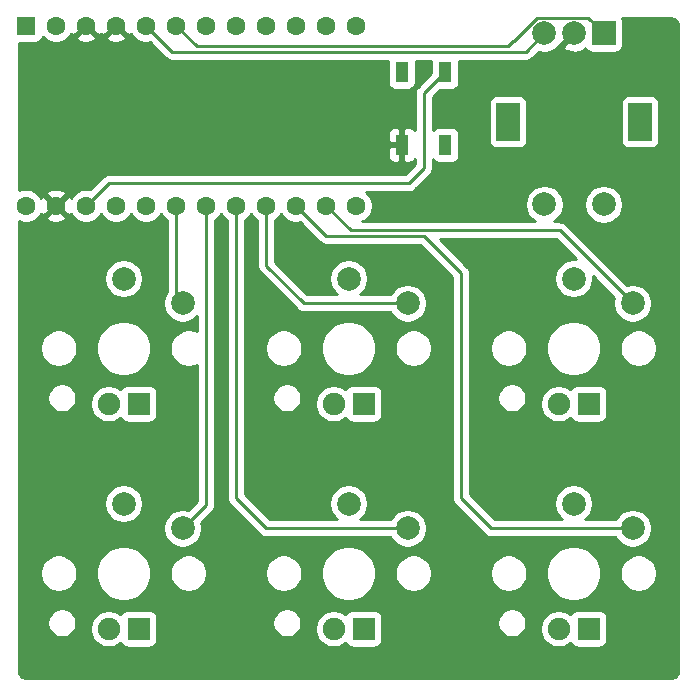
<source format=gbr>
%TF.GenerationSoftware,KiCad,Pcbnew,(5.1.10)-1*%
%TF.CreationDate,2022-07-13T10:10:06+10:00*%
%TF.ProjectId,6_key_lp_macropad,365f6b65-795f-46c7-905f-6d6163726f70,rev?*%
%TF.SameCoordinates,Original*%
%TF.FileFunction,Copper,L1,Top*%
%TF.FilePolarity,Positive*%
%FSLAX46Y46*%
G04 Gerber Fmt 4.6, Leading zero omitted, Abs format (unit mm)*
G04 Created by KiCad (PCBNEW (5.1.10)-1) date 2022-07-13 10:10:06*
%MOMM*%
%LPD*%
G01*
G04 APERTURE LIST*
%TA.AperFunction,ComponentPad*%
%ADD10R,1.905000X1.905000*%
%TD*%
%TA.AperFunction,ComponentPad*%
%ADD11C,1.905000*%
%TD*%
%TA.AperFunction,ComponentPad*%
%ADD12C,2.000000*%
%TD*%
%TA.AperFunction,ComponentPad*%
%ADD13C,1.600000*%
%TD*%
%TA.AperFunction,ComponentPad*%
%ADD14R,1.600000X1.600000*%
%TD*%
%TA.AperFunction,SMDPad,CuDef*%
%ADD15R,1.100000X1.800000*%
%TD*%
%TA.AperFunction,ComponentPad*%
%ADD16R,2.000000X2.000000*%
%TD*%
%TA.AperFunction,ComponentPad*%
%ADD17R,2.000000X3.200000*%
%TD*%
%TA.AperFunction,Conductor*%
%ADD18C,0.250000*%
%TD*%
%TA.AperFunction,Conductor*%
%ADD19C,0.254000*%
%TD*%
%TA.AperFunction,Conductor*%
%ADD20C,0.100000*%
%TD*%
G04 APERTURE END LIST*
D10*
%TO.P,MX1,4*%
%TO.N,N/C*%
X775970000Y27050000D03*
D11*
%TO.P,MX1,3*%
X773430000Y27050000D03*
D12*
%TO.P,MX1,1*%
%TO.N,col0*%
X779700000Y35550000D03*
%TO.P,MX1,2*%
%TO.N,row0*%
X774700000Y37650000D03*
%TD*%
D13*
%TO.P,U1,24*%
%TO.N,Net-(U1-Pad24)*%
X766445000Y43815000D03*
%TO.P,U1,23*%
%TO.N,GND*%
X768985000Y43815000D03*
%TO.P,U1,22*%
%TO.N,reset*%
X771525000Y43815000D03*
%TO.P,U1,21*%
%TO.N,VCC*%
X774065000Y43815000D03*
%TO.P,U1,20*%
%TO.N,row0*%
X776605000Y43815000D03*
%TO.P,U1,19*%
%TO.N,col0*%
X779145000Y43815000D03*
%TO.P,U1,18*%
%TO.N,col1*%
X781685000Y43815000D03*
%TO.P,U1,17*%
%TO.N,col3*%
X784225000Y43815000D03*
%TO.P,U1,16*%
%TO.N,col2*%
X786765000Y43815000D03*
%TO.P,U1,15*%
%TO.N,col5*%
X789305000Y43815000D03*
%TO.P,U1,14*%
%TO.N,col4*%
X791845000Y43815000D03*
%TO.P,U1,13*%
%TO.N,Net-(U1-Pad13)*%
X794385000Y43815000D03*
%TO.P,U1,12*%
%TO.N,Net-(U1-Pad12)*%
X794385000Y59055000D03*
%TO.P,U1,11*%
%TO.N,Net-(U1-Pad11)*%
X791845000Y59055000D03*
%TO.P,U1,10*%
%TO.N,Net-(U1-Pad10)*%
X789305000Y59055000D03*
%TO.P,U1,9*%
%TO.N,Net-(U1-Pad9)*%
X786765000Y59055000D03*
%TO.P,U1,8*%
%TO.N,rot2*%
X784225000Y59055000D03*
%TO.P,U1,7*%
%TO.N,rot1*%
X781685000Y59055000D03*
%TO.P,U1,6*%
%TO.N,pinA*%
X779145000Y59055000D03*
%TO.P,U1,5*%
%TO.N,pinB*%
X776605000Y59055000D03*
%TO.P,U1,4*%
%TO.N,GND*%
X774065000Y59055000D03*
%TO.P,U1,3*%
X771525000Y59055000D03*
%TO.P,U1,2*%
%TO.N,Net-(U1-Pad2)*%
X768985000Y59055000D03*
D14*
%TO.P,U1,1*%
%TO.N,Net-(U1-Pad1)*%
X766445000Y59055000D03*
%TD*%
D10*
%TO.P,MX3,4*%
%TO.N,N/C*%
X795020000Y27050000D03*
D11*
%TO.P,MX3,3*%
X792480000Y27050000D03*
D12*
%TO.P,MX3,1*%
%TO.N,col2*%
X798750000Y35550000D03*
%TO.P,MX3,2*%
%TO.N,row0*%
X793750000Y37650000D03*
%TD*%
D15*
%TO.P,SW2,4*%
%TO.N,N/C*%
X801950000Y48970000D03*
%TO.P,SW2,3*%
X798250000Y55170000D03*
%TO.P,SW2,2*%
%TO.N,GND*%
X798250000Y48970000D03*
%TO.P,SW2,1*%
%TO.N,reset*%
X801950000Y55170000D03*
%TD*%
D16*
%TO.P,SW1,A*%
%TO.N,pinA*%
X815340000Y58420000D03*
D12*
%TO.P,SW1,C*%
%TO.N,GND*%
X812840000Y58420000D03*
%TO.P,SW1,B*%
%TO.N,pinB*%
X810340000Y58420000D03*
D17*
%TO.P,SW1,MP*%
%TO.N,N/C*%
X818440000Y50920000D03*
X807240000Y50920000D03*
D12*
%TO.P,SW1,S2*%
%TO.N,rot2*%
X815340000Y43920000D03*
%TO.P,SW1,S1*%
%TO.N,rot1*%
X810340000Y43920000D03*
%TD*%
D10*
%TO.P,MX6,4*%
%TO.N,N/C*%
X814070000Y8000000D03*
D11*
%TO.P,MX6,3*%
X811530000Y8000000D03*
D12*
%TO.P,MX6,1*%
%TO.N,col5*%
X817800000Y16500000D03*
%TO.P,MX6,2*%
%TO.N,row0*%
X812800000Y18600000D03*
%TD*%
D10*
%TO.P,MX5,4*%
%TO.N,N/C*%
X814070000Y27050000D03*
D11*
%TO.P,MX5,3*%
X811530000Y27050000D03*
D12*
%TO.P,MX5,1*%
%TO.N,col4*%
X817800000Y35550000D03*
%TO.P,MX5,2*%
%TO.N,row0*%
X812800000Y37650000D03*
%TD*%
D10*
%TO.P,MX4,4*%
%TO.N,N/C*%
X795020000Y8000000D03*
D11*
%TO.P,MX4,3*%
X792480000Y8000000D03*
D12*
%TO.P,MX4,1*%
%TO.N,col3*%
X798750000Y16500000D03*
%TO.P,MX4,2*%
%TO.N,row0*%
X793750000Y18600000D03*
%TD*%
D10*
%TO.P,MX2,4*%
%TO.N,N/C*%
X775970000Y8000000D03*
D11*
%TO.P,MX2,3*%
X773430000Y8000000D03*
D12*
%TO.P,MX2,1*%
%TO.N,col1*%
X779700000Y16500000D03*
%TO.P,MX2,2*%
%TO.N,row0*%
X774700000Y18600000D03*
%TD*%
D18*
%TO.N,col0*%
X779145000Y36105000D02*
X779700000Y35550000D01*
X779145000Y43815000D02*
X779145000Y36105000D01*
%TO.N,col1*%
X781685000Y18485000D02*
X779700000Y16500000D01*
X781685000Y43815000D02*
X781685000Y18485000D01*
%TO.N,col2*%
X786765000Y43815000D02*
X786765000Y38735000D01*
X789950000Y35550000D02*
X798750000Y35550000D01*
X786765000Y38735000D02*
X789950000Y35550000D01*
%TO.N,col3*%
X798750000Y16500000D02*
X786775000Y16500000D01*
X784225000Y19050000D02*
X784225000Y43815000D01*
X786775000Y16500000D02*
X784225000Y19050000D01*
%TO.N,col4*%
X811624991Y41725009D02*
X817800000Y35550000D01*
X793934991Y41725009D02*
X811624991Y41725009D01*
X791845000Y43815000D02*
X793934991Y41725009D01*
%TO.N,col5*%
X817800000Y16500000D02*
X817870000Y16500000D01*
X817870000Y16500000D02*
X817860000Y16510000D01*
X817800000Y16500000D02*
X805825000Y16500000D01*
X805825000Y16500000D02*
X803275000Y19050000D01*
X803275000Y19050000D02*
X803275000Y38100000D01*
X803275000Y38100000D02*
X800100000Y41275000D01*
X791845000Y41275000D02*
X789305000Y43815000D01*
X800100000Y41275000D02*
X791845000Y41275000D01*
%TO.N,pinA*%
X809703999Y59745001D02*
X807720000Y57761002D01*
X814014999Y59745001D02*
X809703999Y59745001D01*
X815340000Y58420000D02*
X814014999Y59745001D01*
X807696002Y57761002D02*
X807230021Y57295021D01*
X807720000Y57761002D02*
X807696002Y57761002D01*
X780904979Y57295021D02*
X779145000Y59055000D01*
X807230021Y57295021D02*
X780904979Y57295021D01*
%TO.N,pinB*%
X778814989Y56845011D02*
X776605000Y59055000D01*
X808765011Y56845011D02*
X778814989Y56845011D01*
X810340000Y58420000D02*
X808765011Y56845011D01*
%TO.N,reset*%
X771525000Y43815000D02*
X773430000Y45720000D01*
X773430000Y45720000D02*
X798830000Y45720000D01*
X798830000Y45720000D02*
X800100000Y46990000D01*
X800100000Y53320000D02*
X801950000Y55170000D01*
X800100000Y46990000D02*
X800100000Y53320000D01*
%TD*%
D19*
%TO.N,GND*%
X821172869Y59650278D02*
X821286246Y59616047D01*
X821390819Y59560445D01*
X821482596Y59485593D01*
X821558091Y59394336D01*
X821614419Y59290156D01*
X821649440Y59177024D01*
X821665000Y59028978D01*
X821665001Y4477289D01*
X821650278Y4327131D01*
X821616047Y4213754D01*
X821560446Y4109183D01*
X821485594Y4017405D01*
X821394335Y3941909D01*
X821290160Y3885581D01*
X821177024Y3850560D01*
X821028979Y3835000D01*
X766477279Y3835000D01*
X766327131Y3849722D01*
X766213754Y3883953D01*
X766109183Y3939554D01*
X766017405Y4014406D01*
X765941909Y4105665D01*
X765885581Y4209840D01*
X765850560Y4322976D01*
X765835000Y4471021D01*
X765835000Y8621637D01*
X768245000Y8621637D01*
X768245000Y8378363D01*
X768292460Y8139764D01*
X768385557Y7915008D01*
X768520713Y7712733D01*
X768692733Y7540713D01*
X768895008Y7405557D01*
X769119764Y7312460D01*
X769358363Y7265000D01*
X769601637Y7265000D01*
X769840236Y7312460D01*
X770064992Y7405557D01*
X770267267Y7540713D01*
X770439287Y7712733D01*
X770574443Y7915008D01*
X770667540Y8139764D01*
X770670840Y8156355D01*
X771842500Y8156355D01*
X771842500Y7843645D01*
X771903507Y7536943D01*
X772023176Y7248037D01*
X772196908Y6988028D01*
X772418028Y6766908D01*
X772678037Y6593176D01*
X772966943Y6473507D01*
X773273645Y6412500D01*
X773586355Y6412500D01*
X773893057Y6473507D01*
X774181963Y6593176D01*
X774441972Y6766908D01*
X774445549Y6770485D01*
X774486963Y6693006D01*
X774566315Y6596315D01*
X774663006Y6516963D01*
X774773320Y6457998D01*
X774893018Y6421688D01*
X775017500Y6409428D01*
X776922500Y6409428D01*
X777046982Y6421688D01*
X777166680Y6457998D01*
X777276994Y6516963D01*
X777373685Y6596315D01*
X777453037Y6693006D01*
X777512002Y6803320D01*
X777548312Y6923018D01*
X777560572Y7047500D01*
X777560572Y8621637D01*
X787295000Y8621637D01*
X787295000Y8378363D01*
X787342460Y8139764D01*
X787435557Y7915008D01*
X787570713Y7712733D01*
X787742733Y7540713D01*
X787945008Y7405557D01*
X788169764Y7312460D01*
X788408363Y7265000D01*
X788651637Y7265000D01*
X788890236Y7312460D01*
X789114992Y7405557D01*
X789317267Y7540713D01*
X789489287Y7712733D01*
X789624443Y7915008D01*
X789717540Y8139764D01*
X789720840Y8156355D01*
X790892500Y8156355D01*
X790892500Y7843645D01*
X790953507Y7536943D01*
X791073176Y7248037D01*
X791246908Y6988028D01*
X791468028Y6766908D01*
X791728037Y6593176D01*
X792016943Y6473507D01*
X792323645Y6412500D01*
X792636355Y6412500D01*
X792943057Y6473507D01*
X793231963Y6593176D01*
X793491972Y6766908D01*
X793495549Y6770485D01*
X793536963Y6693006D01*
X793616315Y6596315D01*
X793713006Y6516963D01*
X793823320Y6457998D01*
X793943018Y6421688D01*
X794067500Y6409428D01*
X795972500Y6409428D01*
X796096982Y6421688D01*
X796216680Y6457998D01*
X796326994Y6516963D01*
X796423685Y6596315D01*
X796503037Y6693006D01*
X796562002Y6803320D01*
X796598312Y6923018D01*
X796610572Y7047500D01*
X796610572Y8621637D01*
X806345000Y8621637D01*
X806345000Y8378363D01*
X806392460Y8139764D01*
X806485557Y7915008D01*
X806620713Y7712733D01*
X806792733Y7540713D01*
X806995008Y7405557D01*
X807219764Y7312460D01*
X807458363Y7265000D01*
X807701637Y7265000D01*
X807940236Y7312460D01*
X808164992Y7405557D01*
X808367267Y7540713D01*
X808539287Y7712733D01*
X808674443Y7915008D01*
X808767540Y8139764D01*
X808770840Y8156355D01*
X809942500Y8156355D01*
X809942500Y7843645D01*
X810003507Y7536943D01*
X810123176Y7248037D01*
X810296908Y6988028D01*
X810518028Y6766908D01*
X810778037Y6593176D01*
X811066943Y6473507D01*
X811373645Y6412500D01*
X811686355Y6412500D01*
X811993057Y6473507D01*
X812281963Y6593176D01*
X812541972Y6766908D01*
X812545549Y6770485D01*
X812586963Y6693006D01*
X812666315Y6596315D01*
X812763006Y6516963D01*
X812873320Y6457998D01*
X812993018Y6421688D01*
X813117500Y6409428D01*
X815022500Y6409428D01*
X815146982Y6421688D01*
X815266680Y6457998D01*
X815376994Y6516963D01*
X815473685Y6596315D01*
X815553037Y6693006D01*
X815612002Y6803320D01*
X815648312Y6923018D01*
X815660572Y7047500D01*
X815660572Y8952500D01*
X815648312Y9076982D01*
X815612002Y9196680D01*
X815553037Y9306994D01*
X815473685Y9403685D01*
X815376994Y9483037D01*
X815266680Y9542002D01*
X815146982Y9578312D01*
X815022500Y9590572D01*
X813117500Y9590572D01*
X812993018Y9578312D01*
X812873320Y9542002D01*
X812763006Y9483037D01*
X812666315Y9403685D01*
X812586963Y9306994D01*
X812545549Y9229515D01*
X812541972Y9233092D01*
X812281963Y9406824D01*
X811993057Y9526493D01*
X811686355Y9587500D01*
X811373645Y9587500D01*
X811066943Y9526493D01*
X810778037Y9406824D01*
X810518028Y9233092D01*
X810296908Y9011972D01*
X810123176Y8751963D01*
X810003507Y8463057D01*
X809942500Y8156355D01*
X808770840Y8156355D01*
X808815000Y8378363D01*
X808815000Y8621637D01*
X808767540Y8860236D01*
X808674443Y9084992D01*
X808539287Y9287267D01*
X808367267Y9459287D01*
X808164992Y9594443D01*
X807940236Y9687540D01*
X807701637Y9735000D01*
X807458363Y9735000D01*
X807219764Y9687540D01*
X806995008Y9594443D01*
X806792733Y9459287D01*
X806620713Y9287267D01*
X806485557Y9084992D01*
X806392460Y8860236D01*
X806345000Y8621637D01*
X796610572Y8621637D01*
X796610572Y8952500D01*
X796598312Y9076982D01*
X796562002Y9196680D01*
X796503037Y9306994D01*
X796423685Y9403685D01*
X796326994Y9483037D01*
X796216680Y9542002D01*
X796096982Y9578312D01*
X795972500Y9590572D01*
X794067500Y9590572D01*
X793943018Y9578312D01*
X793823320Y9542002D01*
X793713006Y9483037D01*
X793616315Y9403685D01*
X793536963Y9306994D01*
X793495549Y9229515D01*
X793491972Y9233092D01*
X793231963Y9406824D01*
X792943057Y9526493D01*
X792636355Y9587500D01*
X792323645Y9587500D01*
X792016943Y9526493D01*
X791728037Y9406824D01*
X791468028Y9233092D01*
X791246908Y9011972D01*
X791073176Y8751963D01*
X790953507Y8463057D01*
X790892500Y8156355D01*
X789720840Y8156355D01*
X789765000Y8378363D01*
X789765000Y8621637D01*
X789717540Y8860236D01*
X789624443Y9084992D01*
X789489287Y9287267D01*
X789317267Y9459287D01*
X789114992Y9594443D01*
X788890236Y9687540D01*
X788651637Y9735000D01*
X788408363Y9735000D01*
X788169764Y9687540D01*
X787945008Y9594443D01*
X787742733Y9459287D01*
X787570713Y9287267D01*
X787435557Y9084992D01*
X787342460Y8860236D01*
X787295000Y8621637D01*
X777560572Y8621637D01*
X777560572Y8952500D01*
X777548312Y9076982D01*
X777512002Y9196680D01*
X777453037Y9306994D01*
X777373685Y9403685D01*
X777276994Y9483037D01*
X777166680Y9542002D01*
X777046982Y9578312D01*
X776922500Y9590572D01*
X775017500Y9590572D01*
X774893018Y9578312D01*
X774773320Y9542002D01*
X774663006Y9483037D01*
X774566315Y9403685D01*
X774486963Y9306994D01*
X774445549Y9229515D01*
X774441972Y9233092D01*
X774181963Y9406824D01*
X773893057Y9526493D01*
X773586355Y9587500D01*
X773273645Y9587500D01*
X772966943Y9526493D01*
X772678037Y9406824D01*
X772418028Y9233092D01*
X772196908Y9011972D01*
X772023176Y8751963D01*
X771903507Y8463057D01*
X771842500Y8156355D01*
X770670840Y8156355D01*
X770715000Y8378363D01*
X770715000Y8621637D01*
X770667540Y8860236D01*
X770574443Y9084992D01*
X770439287Y9287267D01*
X770267267Y9459287D01*
X770064992Y9594443D01*
X769840236Y9687540D01*
X769601637Y9735000D01*
X769358363Y9735000D01*
X769119764Y9687540D01*
X768895008Y9594443D01*
X768692733Y9459287D01*
X768520713Y9287267D01*
X768385557Y9084992D01*
X768292460Y8860236D01*
X768245000Y8621637D01*
X765835000Y8621637D01*
X765835000Y12856109D01*
X767615000Y12856109D01*
X767615000Y12543891D01*
X767675911Y12237673D01*
X767795391Y11949221D01*
X767968850Y11689621D01*
X768189621Y11468850D01*
X768449221Y11295391D01*
X768737673Y11175911D01*
X769043891Y11115000D01*
X769356109Y11115000D01*
X769662327Y11175911D01*
X769950779Y11295391D01*
X770210379Y11468850D01*
X770431150Y11689621D01*
X770604609Y11949221D01*
X770724089Y12237673D01*
X770785000Y12543891D01*
X770785000Y12856109D01*
X770770307Y12929977D01*
X772365000Y12929977D01*
X772365000Y12470023D01*
X772454733Y12018906D01*
X772630750Y11593963D01*
X772886287Y11211524D01*
X773211524Y10886287D01*
X773593963Y10630750D01*
X774018906Y10454733D01*
X774470023Y10365000D01*
X774929977Y10365000D01*
X775381094Y10454733D01*
X775806037Y10630750D01*
X776188476Y10886287D01*
X776513713Y11211524D01*
X776769250Y11593963D01*
X776945267Y12018906D01*
X777035000Y12470023D01*
X777035000Y12856109D01*
X778615000Y12856109D01*
X778615000Y12543891D01*
X778675911Y12237673D01*
X778795391Y11949221D01*
X778968850Y11689621D01*
X779189621Y11468850D01*
X779449221Y11295391D01*
X779737673Y11175911D01*
X780043891Y11115000D01*
X780356109Y11115000D01*
X780662327Y11175911D01*
X780950779Y11295391D01*
X781210379Y11468850D01*
X781431150Y11689621D01*
X781604609Y11949221D01*
X781724089Y12237673D01*
X781785000Y12543891D01*
X781785000Y12856109D01*
X786665000Y12856109D01*
X786665000Y12543891D01*
X786725911Y12237673D01*
X786845391Y11949221D01*
X787018850Y11689621D01*
X787239621Y11468850D01*
X787499221Y11295391D01*
X787787673Y11175911D01*
X788093891Y11115000D01*
X788406109Y11115000D01*
X788712327Y11175911D01*
X789000779Y11295391D01*
X789260379Y11468850D01*
X789481150Y11689621D01*
X789654609Y11949221D01*
X789774089Y12237673D01*
X789835000Y12543891D01*
X789835000Y12856109D01*
X789820307Y12929977D01*
X791415000Y12929977D01*
X791415000Y12470023D01*
X791504733Y12018906D01*
X791680750Y11593963D01*
X791936287Y11211524D01*
X792261524Y10886287D01*
X792643963Y10630750D01*
X793068906Y10454733D01*
X793520023Y10365000D01*
X793979977Y10365000D01*
X794431094Y10454733D01*
X794856037Y10630750D01*
X795238476Y10886287D01*
X795563713Y11211524D01*
X795819250Y11593963D01*
X795995267Y12018906D01*
X796085000Y12470023D01*
X796085000Y12856109D01*
X797665000Y12856109D01*
X797665000Y12543891D01*
X797725911Y12237673D01*
X797845391Y11949221D01*
X798018850Y11689621D01*
X798239621Y11468850D01*
X798499221Y11295391D01*
X798787673Y11175911D01*
X799093891Y11115000D01*
X799406109Y11115000D01*
X799712327Y11175911D01*
X800000779Y11295391D01*
X800260379Y11468850D01*
X800481150Y11689621D01*
X800654609Y11949221D01*
X800774089Y12237673D01*
X800835000Y12543891D01*
X800835000Y12856109D01*
X805715000Y12856109D01*
X805715000Y12543891D01*
X805775911Y12237673D01*
X805895391Y11949221D01*
X806068850Y11689621D01*
X806289621Y11468850D01*
X806549221Y11295391D01*
X806837673Y11175911D01*
X807143891Y11115000D01*
X807456109Y11115000D01*
X807762327Y11175911D01*
X808050779Y11295391D01*
X808310379Y11468850D01*
X808531150Y11689621D01*
X808704609Y11949221D01*
X808824089Y12237673D01*
X808885000Y12543891D01*
X808885000Y12856109D01*
X808870307Y12929977D01*
X810465000Y12929977D01*
X810465000Y12470023D01*
X810554733Y12018906D01*
X810730750Y11593963D01*
X810986287Y11211524D01*
X811311524Y10886287D01*
X811693963Y10630750D01*
X812118906Y10454733D01*
X812570023Y10365000D01*
X813029977Y10365000D01*
X813481094Y10454733D01*
X813906037Y10630750D01*
X814288476Y10886287D01*
X814613713Y11211524D01*
X814869250Y11593963D01*
X815045267Y12018906D01*
X815135000Y12470023D01*
X815135000Y12856109D01*
X816715000Y12856109D01*
X816715000Y12543891D01*
X816775911Y12237673D01*
X816895391Y11949221D01*
X817068850Y11689621D01*
X817289621Y11468850D01*
X817549221Y11295391D01*
X817837673Y11175911D01*
X818143891Y11115000D01*
X818456109Y11115000D01*
X818762327Y11175911D01*
X819050779Y11295391D01*
X819310379Y11468850D01*
X819531150Y11689621D01*
X819704609Y11949221D01*
X819824089Y12237673D01*
X819885000Y12543891D01*
X819885000Y12856109D01*
X819824089Y13162327D01*
X819704609Y13450779D01*
X819531150Y13710379D01*
X819310379Y13931150D01*
X819050779Y14104609D01*
X818762327Y14224089D01*
X818456109Y14285000D01*
X818143891Y14285000D01*
X817837673Y14224089D01*
X817549221Y14104609D01*
X817289621Y13931150D01*
X817068850Y13710379D01*
X816895391Y13450779D01*
X816775911Y13162327D01*
X816715000Y12856109D01*
X815135000Y12856109D01*
X815135000Y12929977D01*
X815045267Y13381094D01*
X814869250Y13806037D01*
X814613713Y14188476D01*
X814288476Y14513713D01*
X813906037Y14769250D01*
X813481094Y14945267D01*
X813029977Y15035000D01*
X812570023Y15035000D01*
X812118906Y14945267D01*
X811693963Y14769250D01*
X811311524Y14513713D01*
X810986287Y14188476D01*
X810730750Y13806037D01*
X810554733Y13381094D01*
X810465000Y12929977D01*
X808870307Y12929977D01*
X808824089Y13162327D01*
X808704609Y13450779D01*
X808531150Y13710379D01*
X808310379Y13931150D01*
X808050779Y14104609D01*
X807762327Y14224089D01*
X807456109Y14285000D01*
X807143891Y14285000D01*
X806837673Y14224089D01*
X806549221Y14104609D01*
X806289621Y13931150D01*
X806068850Y13710379D01*
X805895391Y13450779D01*
X805775911Y13162327D01*
X805715000Y12856109D01*
X800835000Y12856109D01*
X800774089Y13162327D01*
X800654609Y13450779D01*
X800481150Y13710379D01*
X800260379Y13931150D01*
X800000779Y14104609D01*
X799712327Y14224089D01*
X799406109Y14285000D01*
X799093891Y14285000D01*
X798787673Y14224089D01*
X798499221Y14104609D01*
X798239621Y13931150D01*
X798018850Y13710379D01*
X797845391Y13450779D01*
X797725911Y13162327D01*
X797665000Y12856109D01*
X796085000Y12856109D01*
X796085000Y12929977D01*
X795995267Y13381094D01*
X795819250Y13806037D01*
X795563713Y14188476D01*
X795238476Y14513713D01*
X794856037Y14769250D01*
X794431094Y14945267D01*
X793979977Y15035000D01*
X793520023Y15035000D01*
X793068906Y14945267D01*
X792643963Y14769250D01*
X792261524Y14513713D01*
X791936287Y14188476D01*
X791680750Y13806037D01*
X791504733Y13381094D01*
X791415000Y12929977D01*
X789820307Y12929977D01*
X789774089Y13162327D01*
X789654609Y13450779D01*
X789481150Y13710379D01*
X789260379Y13931150D01*
X789000779Y14104609D01*
X788712327Y14224089D01*
X788406109Y14285000D01*
X788093891Y14285000D01*
X787787673Y14224089D01*
X787499221Y14104609D01*
X787239621Y13931150D01*
X787018850Y13710379D01*
X786845391Y13450779D01*
X786725911Y13162327D01*
X786665000Y12856109D01*
X781785000Y12856109D01*
X781724089Y13162327D01*
X781604609Y13450779D01*
X781431150Y13710379D01*
X781210379Y13931150D01*
X780950779Y14104609D01*
X780662327Y14224089D01*
X780356109Y14285000D01*
X780043891Y14285000D01*
X779737673Y14224089D01*
X779449221Y14104609D01*
X779189621Y13931150D01*
X778968850Y13710379D01*
X778795391Y13450779D01*
X778675911Y13162327D01*
X778615000Y12856109D01*
X777035000Y12856109D01*
X777035000Y12929977D01*
X776945267Y13381094D01*
X776769250Y13806037D01*
X776513713Y14188476D01*
X776188476Y14513713D01*
X775806037Y14769250D01*
X775381094Y14945267D01*
X774929977Y15035000D01*
X774470023Y15035000D01*
X774018906Y14945267D01*
X773593963Y14769250D01*
X773211524Y14513713D01*
X772886287Y14188476D01*
X772630750Y13806037D01*
X772454733Y13381094D01*
X772365000Y12929977D01*
X770770307Y12929977D01*
X770724089Y13162327D01*
X770604609Y13450779D01*
X770431150Y13710379D01*
X770210379Y13931150D01*
X769950779Y14104609D01*
X769662327Y14224089D01*
X769356109Y14285000D01*
X769043891Y14285000D01*
X768737673Y14224089D01*
X768449221Y14104609D01*
X768189621Y13931150D01*
X767968850Y13710379D01*
X767795391Y13450779D01*
X767675911Y13162327D01*
X767615000Y12856109D01*
X765835000Y12856109D01*
X765835000Y18761033D01*
X773065000Y18761033D01*
X773065000Y18438967D01*
X773127832Y18123088D01*
X773251082Y17825537D01*
X773430013Y17557748D01*
X773657748Y17330013D01*
X773925537Y17151082D01*
X774223088Y17027832D01*
X774538967Y16965000D01*
X774861033Y16965000D01*
X775176912Y17027832D01*
X775474463Y17151082D01*
X775742252Y17330013D01*
X775969987Y17557748D01*
X776148918Y17825537D01*
X776272168Y18123088D01*
X776335000Y18438967D01*
X776335000Y18761033D01*
X776272168Y19076912D01*
X776148918Y19374463D01*
X775969987Y19642252D01*
X775742252Y19869987D01*
X775474463Y20048918D01*
X775176912Y20172168D01*
X774861033Y20235000D01*
X774538967Y20235000D01*
X774223088Y20172168D01*
X773925537Y20048918D01*
X773657748Y19869987D01*
X773430013Y19642252D01*
X773251082Y19374463D01*
X773127832Y19076912D01*
X773065000Y18761033D01*
X765835000Y18761033D01*
X765835000Y27671637D01*
X768245000Y27671637D01*
X768245000Y27428363D01*
X768292460Y27189764D01*
X768385557Y26965008D01*
X768520713Y26762733D01*
X768692733Y26590713D01*
X768895008Y26455557D01*
X769119764Y26362460D01*
X769358363Y26315000D01*
X769601637Y26315000D01*
X769840236Y26362460D01*
X770064992Y26455557D01*
X770267267Y26590713D01*
X770439287Y26762733D01*
X770574443Y26965008D01*
X770667540Y27189764D01*
X770670840Y27206355D01*
X771842500Y27206355D01*
X771842500Y26893645D01*
X771903507Y26586943D01*
X772023176Y26298037D01*
X772196908Y26038028D01*
X772418028Y25816908D01*
X772678037Y25643176D01*
X772966943Y25523507D01*
X773273645Y25462500D01*
X773586355Y25462500D01*
X773893057Y25523507D01*
X774181963Y25643176D01*
X774441972Y25816908D01*
X774445549Y25820485D01*
X774486963Y25743006D01*
X774566315Y25646315D01*
X774663006Y25566963D01*
X774773320Y25507998D01*
X774893018Y25471688D01*
X775017500Y25459428D01*
X776922500Y25459428D01*
X777046982Y25471688D01*
X777166680Y25507998D01*
X777276994Y25566963D01*
X777373685Y25646315D01*
X777453037Y25743006D01*
X777512002Y25853320D01*
X777548312Y25973018D01*
X777560572Y26097500D01*
X777560572Y28002500D01*
X777548312Y28126982D01*
X777512002Y28246680D01*
X777453037Y28356994D01*
X777373685Y28453685D01*
X777276994Y28533037D01*
X777166680Y28592002D01*
X777046982Y28628312D01*
X776922500Y28640572D01*
X775017500Y28640572D01*
X774893018Y28628312D01*
X774773320Y28592002D01*
X774663006Y28533037D01*
X774566315Y28453685D01*
X774486963Y28356994D01*
X774445549Y28279515D01*
X774441972Y28283092D01*
X774181963Y28456824D01*
X773893057Y28576493D01*
X773586355Y28637500D01*
X773273645Y28637500D01*
X772966943Y28576493D01*
X772678037Y28456824D01*
X772418028Y28283092D01*
X772196908Y28061972D01*
X772023176Y27801963D01*
X771903507Y27513057D01*
X771842500Y27206355D01*
X770670840Y27206355D01*
X770715000Y27428363D01*
X770715000Y27671637D01*
X770667540Y27910236D01*
X770574443Y28134992D01*
X770439287Y28337267D01*
X770267267Y28509287D01*
X770064992Y28644443D01*
X769840236Y28737540D01*
X769601637Y28785000D01*
X769358363Y28785000D01*
X769119764Y28737540D01*
X768895008Y28644443D01*
X768692733Y28509287D01*
X768520713Y28337267D01*
X768385557Y28134992D01*
X768292460Y27910236D01*
X768245000Y27671637D01*
X765835000Y27671637D01*
X765835000Y31906109D01*
X767615000Y31906109D01*
X767615000Y31593891D01*
X767675911Y31287673D01*
X767795391Y30999221D01*
X767968850Y30739621D01*
X768189621Y30518850D01*
X768449221Y30345391D01*
X768737673Y30225911D01*
X769043891Y30165000D01*
X769356109Y30165000D01*
X769662327Y30225911D01*
X769950779Y30345391D01*
X770210379Y30518850D01*
X770431150Y30739621D01*
X770604609Y30999221D01*
X770724089Y31287673D01*
X770785000Y31593891D01*
X770785000Y31906109D01*
X770770307Y31979977D01*
X772365000Y31979977D01*
X772365000Y31520023D01*
X772454733Y31068906D01*
X772630750Y30643963D01*
X772886287Y30261524D01*
X773211524Y29936287D01*
X773593963Y29680750D01*
X774018906Y29504733D01*
X774470023Y29415000D01*
X774929977Y29415000D01*
X775381094Y29504733D01*
X775806037Y29680750D01*
X776188476Y29936287D01*
X776513713Y30261524D01*
X776769250Y30643963D01*
X776945267Y31068906D01*
X777035000Y31520023D01*
X777035000Y31979977D01*
X776945267Y32431094D01*
X776769250Y32856037D01*
X776513713Y33238476D01*
X776188476Y33563713D01*
X775806037Y33819250D01*
X775381094Y33995267D01*
X774929977Y34085000D01*
X774470023Y34085000D01*
X774018906Y33995267D01*
X773593963Y33819250D01*
X773211524Y33563713D01*
X772886287Y33238476D01*
X772630750Y32856037D01*
X772454733Y32431094D01*
X772365000Y31979977D01*
X770770307Y31979977D01*
X770724089Y32212327D01*
X770604609Y32500779D01*
X770431150Y32760379D01*
X770210379Y32981150D01*
X769950779Y33154609D01*
X769662327Y33274089D01*
X769356109Y33335000D01*
X769043891Y33335000D01*
X768737673Y33274089D01*
X768449221Y33154609D01*
X768189621Y32981150D01*
X767968850Y32760379D01*
X767795391Y32500779D01*
X767675911Y32212327D01*
X767615000Y31906109D01*
X765835000Y31906109D01*
X765835000Y37811033D01*
X773065000Y37811033D01*
X773065000Y37488967D01*
X773127832Y37173088D01*
X773251082Y36875537D01*
X773430013Y36607748D01*
X773657748Y36380013D01*
X773925537Y36201082D01*
X774223088Y36077832D01*
X774538967Y36015000D01*
X774861033Y36015000D01*
X775176912Y36077832D01*
X775474463Y36201082D01*
X775742252Y36380013D01*
X775969987Y36607748D01*
X776148918Y36875537D01*
X776272168Y37173088D01*
X776335000Y37488967D01*
X776335000Y37811033D01*
X776272168Y38126912D01*
X776148918Y38424463D01*
X775969987Y38692252D01*
X775742252Y38919987D01*
X775474463Y39098918D01*
X775176912Y39222168D01*
X774861033Y39285000D01*
X774538967Y39285000D01*
X774223088Y39222168D01*
X773925537Y39098918D01*
X773657748Y38919987D01*
X773430013Y38692252D01*
X773251082Y38424463D01*
X773127832Y38126912D01*
X773065000Y37811033D01*
X765835000Y37811033D01*
X765835000Y42514438D01*
X766026426Y42435147D01*
X766303665Y42380000D01*
X766586335Y42380000D01*
X766863574Y42435147D01*
X767124727Y42543320D01*
X767359759Y42700363D01*
X767481694Y42822298D01*
X768171903Y42822298D01*
X768243486Y42578329D01*
X768498996Y42457429D01*
X768773184Y42388700D01*
X769055512Y42374783D01*
X769335130Y42416213D01*
X769601292Y42511397D01*
X769726514Y42578329D01*
X769798097Y42822298D01*
X768985000Y43635395D01*
X768171903Y42822298D01*
X767481694Y42822298D01*
X767559637Y42900241D01*
X767715915Y43134128D01*
X767748329Y43073486D01*
X767992298Y43001903D01*
X768805395Y43815000D01*
X767992298Y44628097D01*
X767748329Y44556514D01*
X767717806Y44492008D01*
X767716680Y44494727D01*
X767559637Y44729759D01*
X767481694Y44807702D01*
X768171903Y44807702D01*
X768985000Y43994605D01*
X769798097Y44807702D01*
X769726514Y45051671D01*
X769471004Y45172571D01*
X769196816Y45241300D01*
X768914488Y45255217D01*
X768634870Y45213787D01*
X768368708Y45118603D01*
X768243486Y45051671D01*
X768171903Y44807702D01*
X767481694Y44807702D01*
X767359759Y44929637D01*
X767124727Y45086680D01*
X766863574Y45194853D01*
X766586335Y45250000D01*
X766303665Y45250000D01*
X766026426Y45194853D01*
X765835000Y45115562D01*
X765835000Y48070000D01*
X797061928Y48070000D01*
X797074188Y47945518D01*
X797110498Y47825820D01*
X797169463Y47715506D01*
X797248815Y47618815D01*
X797345506Y47539463D01*
X797455820Y47480498D01*
X797575518Y47444188D01*
X797700000Y47431928D01*
X797964250Y47435000D01*
X798123000Y47593750D01*
X798123000Y48843000D01*
X797223750Y48843000D01*
X797065000Y48684250D01*
X797061928Y48070000D01*
X765835000Y48070000D01*
X765835000Y49870000D01*
X797061928Y49870000D01*
X797065000Y49255750D01*
X797223750Y49097000D01*
X798123000Y49097000D01*
X798123000Y50346250D01*
X797964250Y50505000D01*
X797700000Y50508072D01*
X797575518Y50495812D01*
X797455820Y50459502D01*
X797345506Y50400537D01*
X797248815Y50321185D01*
X797169463Y50224494D01*
X797110498Y50114180D01*
X797074188Y49994482D01*
X797061928Y49870000D01*
X765835000Y49870000D01*
X765835000Y57616928D01*
X767245000Y57616928D01*
X767369482Y57629188D01*
X767489180Y57665498D01*
X767599494Y57724463D01*
X767696185Y57803815D01*
X767775537Y57900506D01*
X767834502Y58010820D01*
X767870812Y58130518D01*
X767871643Y58138961D01*
X768070241Y57940363D01*
X768305273Y57783320D01*
X768566426Y57675147D01*
X768843665Y57620000D01*
X769126335Y57620000D01*
X769403574Y57675147D01*
X769664727Y57783320D01*
X769899759Y57940363D01*
X770021694Y58062298D01*
X770711903Y58062298D01*
X770783486Y57818329D01*
X771038996Y57697429D01*
X771313184Y57628700D01*
X771595512Y57614783D01*
X771875130Y57656213D01*
X772141292Y57751397D01*
X772266514Y57818329D01*
X772338097Y58062298D01*
X773251903Y58062298D01*
X773323486Y57818329D01*
X773578996Y57697429D01*
X773853184Y57628700D01*
X774135512Y57614783D01*
X774415130Y57656213D01*
X774681292Y57751397D01*
X774806514Y57818329D01*
X774878097Y58062298D01*
X774065000Y58875395D01*
X773251903Y58062298D01*
X772338097Y58062298D01*
X771525000Y58875395D01*
X770711903Y58062298D01*
X770021694Y58062298D01*
X770099637Y58140241D01*
X770255915Y58374128D01*
X770288329Y58313486D01*
X770532298Y58241903D01*
X771345395Y59055000D01*
X771331253Y59069143D01*
X771510858Y59248748D01*
X771525000Y59234605D01*
X771539143Y59248748D01*
X771718748Y59069143D01*
X771704605Y59055000D01*
X772517702Y58241903D01*
X772761671Y58313486D01*
X772792971Y58379636D01*
X772828329Y58313486D01*
X773072298Y58241903D01*
X773885395Y59055000D01*
X773871253Y59069143D01*
X774050858Y59248748D01*
X774065000Y59234605D01*
X774079143Y59248748D01*
X774258748Y59069143D01*
X774244605Y59055000D01*
X775057702Y58241903D01*
X775301671Y58313486D01*
X775332194Y58377992D01*
X775333320Y58375273D01*
X775490363Y58140241D01*
X775690241Y57940363D01*
X775925273Y57783320D01*
X776186426Y57675147D01*
X776463665Y57620000D01*
X776746335Y57620000D01*
X776928886Y57656312D01*
X778251194Y56334003D01*
X778274988Y56305010D01*
X778303981Y56281216D01*
X778303985Y56281212D01*
X778374674Y56223200D01*
X778390713Y56210037D01*
X778522742Y56139465D01*
X778666003Y56096008D01*
X778777656Y56085011D01*
X778777665Y56085011D01*
X778814988Y56081335D01*
X778852311Y56085011D01*
X797063406Y56085011D01*
X797061928Y56070000D01*
X797061928Y54270000D01*
X797074188Y54145518D01*
X797110498Y54025820D01*
X797169463Y53915506D01*
X797248815Y53818815D01*
X797345506Y53739463D01*
X797455820Y53680498D01*
X797575518Y53644188D01*
X797700000Y53631928D01*
X798800000Y53631928D01*
X798924482Y53644188D01*
X799044180Y53680498D01*
X799154494Y53739463D01*
X799251185Y53818815D01*
X799330537Y53915506D01*
X799389502Y54025820D01*
X799425812Y54145518D01*
X799438072Y54270000D01*
X799438072Y56070000D01*
X799436594Y56085011D01*
X800763406Y56085011D01*
X800761928Y56070000D01*
X800761928Y55056730D01*
X799588998Y53883799D01*
X799560000Y53860001D01*
X799536202Y53831003D01*
X799536201Y53831002D01*
X799465026Y53744276D01*
X799394454Y53612246D01*
X799350998Y53468985D01*
X799336324Y53320000D01*
X799340001Y53282668D01*
X799340001Y50206789D01*
X799330537Y50224494D01*
X799251185Y50321185D01*
X799154494Y50400537D01*
X799044180Y50459502D01*
X798924482Y50495812D01*
X798800000Y50508072D01*
X798535750Y50505000D01*
X798377000Y50346250D01*
X798377000Y49097000D01*
X798397000Y49097000D01*
X798397000Y48843000D01*
X798377000Y48843000D01*
X798377000Y47593750D01*
X798535750Y47435000D01*
X798800000Y47431928D01*
X798924482Y47444188D01*
X799044180Y47480498D01*
X799154494Y47539463D01*
X799251185Y47618815D01*
X799330537Y47715506D01*
X799340000Y47733210D01*
X799340000Y47304802D01*
X798515199Y46480000D01*
X773467323Y46480000D01*
X773430000Y46483676D01*
X773392677Y46480000D01*
X773392667Y46480000D01*
X773281014Y46469003D01*
X773137753Y46425546D01*
X773005724Y46354974D01*
X772889999Y46260001D01*
X772866201Y46231003D01*
X771848886Y45213688D01*
X771666335Y45250000D01*
X771383665Y45250000D01*
X771106426Y45194853D01*
X770845273Y45086680D01*
X770610241Y44929637D01*
X770410363Y44729759D01*
X770254085Y44495872D01*
X770221671Y44556514D01*
X769977702Y44628097D01*
X769164605Y43815000D01*
X769977702Y43001903D01*
X770221671Y43073486D01*
X770252194Y43137992D01*
X770253320Y43135273D01*
X770410363Y42900241D01*
X770610241Y42700363D01*
X770845273Y42543320D01*
X771106426Y42435147D01*
X771383665Y42380000D01*
X771666335Y42380000D01*
X771943574Y42435147D01*
X772204727Y42543320D01*
X772439759Y42700363D01*
X772639637Y42900241D01*
X772795000Y43132759D01*
X772950363Y42900241D01*
X773150241Y42700363D01*
X773385273Y42543320D01*
X773646426Y42435147D01*
X773923665Y42380000D01*
X774206335Y42380000D01*
X774483574Y42435147D01*
X774744727Y42543320D01*
X774979759Y42700363D01*
X775179637Y42900241D01*
X775335000Y43132759D01*
X775490363Y42900241D01*
X775690241Y42700363D01*
X775925273Y42543320D01*
X776186426Y42435147D01*
X776463665Y42380000D01*
X776746335Y42380000D01*
X777023574Y42435147D01*
X777284727Y42543320D01*
X777519759Y42700363D01*
X777719637Y42900241D01*
X777875000Y43132759D01*
X778030363Y42900241D01*
X778230241Y42700363D01*
X778385000Y42596956D01*
X778385001Y36524887D01*
X778251082Y36324463D01*
X778127832Y36026912D01*
X778065000Y35711033D01*
X778065000Y35388967D01*
X778127832Y35073088D01*
X778251082Y34775537D01*
X778430013Y34507748D01*
X778657748Y34280013D01*
X778925537Y34101082D01*
X779223088Y33977832D01*
X779538967Y33915000D01*
X779861033Y33915000D01*
X780176912Y33977832D01*
X780474463Y34101082D01*
X780742252Y34280013D01*
X780925000Y34462761D01*
X780925000Y33165287D01*
X780662327Y33274089D01*
X780356109Y33335000D01*
X780043891Y33335000D01*
X779737673Y33274089D01*
X779449221Y33154609D01*
X779189621Y32981150D01*
X778968850Y32760379D01*
X778795391Y32500779D01*
X778675911Y32212327D01*
X778615000Y31906109D01*
X778615000Y31593891D01*
X778675911Y31287673D01*
X778795391Y30999221D01*
X778968850Y30739621D01*
X779189621Y30518850D01*
X779449221Y30345391D01*
X779737673Y30225911D01*
X780043891Y30165000D01*
X780356109Y30165000D01*
X780662327Y30225911D01*
X780925001Y30334713D01*
X780925001Y18799803D01*
X780191375Y18066177D01*
X780176912Y18072168D01*
X779861033Y18135000D01*
X779538967Y18135000D01*
X779223088Y18072168D01*
X778925537Y17948918D01*
X778657748Y17769987D01*
X778430013Y17542252D01*
X778251082Y17274463D01*
X778127832Y16976912D01*
X778065000Y16661033D01*
X778065000Y16338967D01*
X778127832Y16023088D01*
X778251082Y15725537D01*
X778430013Y15457748D01*
X778657748Y15230013D01*
X778925537Y15051082D01*
X779223088Y14927832D01*
X779538967Y14865000D01*
X779861033Y14865000D01*
X780176912Y14927832D01*
X780474463Y15051082D01*
X780742252Y15230013D01*
X780969987Y15457748D01*
X781148918Y15725537D01*
X781272168Y16023088D01*
X781335000Y16338967D01*
X781335000Y16661033D01*
X781272168Y16976912D01*
X781266177Y16991375D01*
X782196003Y17921201D01*
X782225001Y17944999D01*
X782251332Y17977083D01*
X782319974Y18060723D01*
X782390546Y18192753D01*
X782434003Y18336014D01*
X782445000Y18447667D01*
X782445000Y18447677D01*
X782448676Y18485000D01*
X782445000Y18522323D01*
X782445000Y42596957D01*
X782599759Y42700363D01*
X782799637Y42900241D01*
X782955000Y43132759D01*
X783110363Y42900241D01*
X783310241Y42700363D01*
X783465001Y42596956D01*
X783465000Y19087322D01*
X783461324Y19050000D01*
X783465000Y19012678D01*
X783465000Y19012668D01*
X783475997Y18901015D01*
X783513541Y18777246D01*
X783519454Y18757754D01*
X783590026Y18625724D01*
X783629871Y18577174D01*
X783684999Y18509999D01*
X783714003Y18486196D01*
X786211201Y15988997D01*
X786234999Y15959999D01*
X786263997Y15936201D01*
X786350724Y15865026D01*
X786482753Y15794454D01*
X786626014Y15750997D01*
X786775000Y15736323D01*
X786812333Y15740000D01*
X797295091Y15740000D01*
X797301082Y15725537D01*
X797480013Y15457748D01*
X797707748Y15230013D01*
X797975537Y15051082D01*
X798273088Y14927832D01*
X798588967Y14865000D01*
X798911033Y14865000D01*
X799226912Y14927832D01*
X799524463Y15051082D01*
X799792252Y15230013D01*
X800019987Y15457748D01*
X800198918Y15725537D01*
X800322168Y16023088D01*
X800385000Y16338967D01*
X800385000Y16661033D01*
X800322168Y16976912D01*
X800198918Y17274463D01*
X800019987Y17542252D01*
X799792252Y17769987D01*
X799524463Y17948918D01*
X799226912Y18072168D01*
X798911033Y18135000D01*
X798588967Y18135000D01*
X798273088Y18072168D01*
X797975537Y17948918D01*
X797707748Y17769987D01*
X797480013Y17542252D01*
X797301082Y17274463D01*
X797295091Y17260000D01*
X794687470Y17260000D01*
X794792252Y17330013D01*
X795019987Y17557748D01*
X795198918Y17825537D01*
X795322168Y18123088D01*
X795385000Y18438967D01*
X795385000Y18761033D01*
X795322168Y19076912D01*
X795198918Y19374463D01*
X795019987Y19642252D01*
X794792252Y19869987D01*
X794524463Y20048918D01*
X794226912Y20172168D01*
X793911033Y20235000D01*
X793588967Y20235000D01*
X793273088Y20172168D01*
X792975537Y20048918D01*
X792707748Y19869987D01*
X792480013Y19642252D01*
X792301082Y19374463D01*
X792177832Y19076912D01*
X792115000Y18761033D01*
X792115000Y18438967D01*
X792177832Y18123088D01*
X792301082Y17825537D01*
X792480013Y17557748D01*
X792707748Y17330013D01*
X792812530Y17260000D01*
X787089802Y17260000D01*
X784985000Y19364801D01*
X784985000Y27671637D01*
X787295000Y27671637D01*
X787295000Y27428363D01*
X787342460Y27189764D01*
X787435557Y26965008D01*
X787570713Y26762733D01*
X787742733Y26590713D01*
X787945008Y26455557D01*
X788169764Y26362460D01*
X788408363Y26315000D01*
X788651637Y26315000D01*
X788890236Y26362460D01*
X789114992Y26455557D01*
X789317267Y26590713D01*
X789489287Y26762733D01*
X789624443Y26965008D01*
X789717540Y27189764D01*
X789720840Y27206355D01*
X790892500Y27206355D01*
X790892500Y26893645D01*
X790953507Y26586943D01*
X791073176Y26298037D01*
X791246908Y26038028D01*
X791468028Y25816908D01*
X791728037Y25643176D01*
X792016943Y25523507D01*
X792323645Y25462500D01*
X792636355Y25462500D01*
X792943057Y25523507D01*
X793231963Y25643176D01*
X793491972Y25816908D01*
X793495549Y25820485D01*
X793536963Y25743006D01*
X793616315Y25646315D01*
X793713006Y25566963D01*
X793823320Y25507998D01*
X793943018Y25471688D01*
X794067500Y25459428D01*
X795972500Y25459428D01*
X796096982Y25471688D01*
X796216680Y25507998D01*
X796326994Y25566963D01*
X796423685Y25646315D01*
X796503037Y25743006D01*
X796562002Y25853320D01*
X796598312Y25973018D01*
X796610572Y26097500D01*
X796610572Y28002500D01*
X796598312Y28126982D01*
X796562002Y28246680D01*
X796503037Y28356994D01*
X796423685Y28453685D01*
X796326994Y28533037D01*
X796216680Y28592002D01*
X796096982Y28628312D01*
X795972500Y28640572D01*
X794067500Y28640572D01*
X793943018Y28628312D01*
X793823320Y28592002D01*
X793713006Y28533037D01*
X793616315Y28453685D01*
X793536963Y28356994D01*
X793495549Y28279515D01*
X793491972Y28283092D01*
X793231963Y28456824D01*
X792943057Y28576493D01*
X792636355Y28637500D01*
X792323645Y28637500D01*
X792016943Y28576493D01*
X791728037Y28456824D01*
X791468028Y28283092D01*
X791246908Y28061972D01*
X791073176Y27801963D01*
X790953507Y27513057D01*
X790892500Y27206355D01*
X789720840Y27206355D01*
X789765000Y27428363D01*
X789765000Y27671637D01*
X789717540Y27910236D01*
X789624443Y28134992D01*
X789489287Y28337267D01*
X789317267Y28509287D01*
X789114992Y28644443D01*
X788890236Y28737540D01*
X788651637Y28785000D01*
X788408363Y28785000D01*
X788169764Y28737540D01*
X787945008Y28644443D01*
X787742733Y28509287D01*
X787570713Y28337267D01*
X787435557Y28134992D01*
X787342460Y27910236D01*
X787295000Y27671637D01*
X784985000Y27671637D01*
X784985000Y31906109D01*
X786665000Y31906109D01*
X786665000Y31593891D01*
X786725911Y31287673D01*
X786845391Y30999221D01*
X787018850Y30739621D01*
X787239621Y30518850D01*
X787499221Y30345391D01*
X787787673Y30225911D01*
X788093891Y30165000D01*
X788406109Y30165000D01*
X788712327Y30225911D01*
X789000779Y30345391D01*
X789260379Y30518850D01*
X789481150Y30739621D01*
X789654609Y30999221D01*
X789774089Y31287673D01*
X789835000Y31593891D01*
X789835000Y31906109D01*
X789820307Y31979977D01*
X791415000Y31979977D01*
X791415000Y31520023D01*
X791504733Y31068906D01*
X791680750Y30643963D01*
X791936287Y30261524D01*
X792261524Y29936287D01*
X792643963Y29680750D01*
X793068906Y29504733D01*
X793520023Y29415000D01*
X793979977Y29415000D01*
X794431094Y29504733D01*
X794856037Y29680750D01*
X795238476Y29936287D01*
X795563713Y30261524D01*
X795819250Y30643963D01*
X795995267Y31068906D01*
X796085000Y31520023D01*
X796085000Y31906109D01*
X797665000Y31906109D01*
X797665000Y31593891D01*
X797725911Y31287673D01*
X797845391Y30999221D01*
X798018850Y30739621D01*
X798239621Y30518850D01*
X798499221Y30345391D01*
X798787673Y30225911D01*
X799093891Y30165000D01*
X799406109Y30165000D01*
X799712327Y30225911D01*
X800000779Y30345391D01*
X800260379Y30518850D01*
X800481150Y30739621D01*
X800654609Y30999221D01*
X800774089Y31287673D01*
X800835000Y31593891D01*
X800835000Y31906109D01*
X800774089Y32212327D01*
X800654609Y32500779D01*
X800481150Y32760379D01*
X800260379Y32981150D01*
X800000779Y33154609D01*
X799712327Y33274089D01*
X799406109Y33335000D01*
X799093891Y33335000D01*
X798787673Y33274089D01*
X798499221Y33154609D01*
X798239621Y32981150D01*
X798018850Y32760379D01*
X797845391Y32500779D01*
X797725911Y32212327D01*
X797665000Y31906109D01*
X796085000Y31906109D01*
X796085000Y31979977D01*
X795995267Y32431094D01*
X795819250Y32856037D01*
X795563713Y33238476D01*
X795238476Y33563713D01*
X794856037Y33819250D01*
X794431094Y33995267D01*
X793979977Y34085000D01*
X793520023Y34085000D01*
X793068906Y33995267D01*
X792643963Y33819250D01*
X792261524Y33563713D01*
X791936287Y33238476D01*
X791680750Y32856037D01*
X791504733Y32431094D01*
X791415000Y31979977D01*
X789820307Y31979977D01*
X789774089Y32212327D01*
X789654609Y32500779D01*
X789481150Y32760379D01*
X789260379Y32981150D01*
X789000779Y33154609D01*
X788712327Y33274089D01*
X788406109Y33335000D01*
X788093891Y33335000D01*
X787787673Y33274089D01*
X787499221Y33154609D01*
X787239621Y32981150D01*
X787018850Y32760379D01*
X786845391Y32500779D01*
X786725911Y32212327D01*
X786665000Y31906109D01*
X784985000Y31906109D01*
X784985000Y42596957D01*
X785139759Y42700363D01*
X785339637Y42900241D01*
X785495000Y43132759D01*
X785650363Y42900241D01*
X785850241Y42700363D01*
X786005000Y42596956D01*
X786005001Y38772332D01*
X786001324Y38735000D01*
X786015998Y38586015D01*
X786059454Y38442754D01*
X786130026Y38310724D01*
X786180693Y38248987D01*
X786225000Y38194999D01*
X786253998Y38171201D01*
X789386201Y35038997D01*
X789409999Y35009999D01*
X789525724Y34915026D01*
X789657753Y34844454D01*
X789801014Y34800997D01*
X789912667Y34790000D01*
X789912676Y34790000D01*
X789949999Y34786324D01*
X789987322Y34790000D01*
X797295091Y34790000D01*
X797301082Y34775537D01*
X797480013Y34507748D01*
X797707748Y34280013D01*
X797975537Y34101082D01*
X798273088Y33977832D01*
X798588967Y33915000D01*
X798911033Y33915000D01*
X799226912Y33977832D01*
X799524463Y34101082D01*
X799792252Y34280013D01*
X800019987Y34507748D01*
X800198918Y34775537D01*
X800322168Y35073088D01*
X800385000Y35388967D01*
X800385000Y35711033D01*
X800322168Y36026912D01*
X800198918Y36324463D01*
X800019987Y36592252D01*
X799792252Y36819987D01*
X799524463Y36998918D01*
X799226912Y37122168D01*
X798911033Y37185000D01*
X798588967Y37185000D01*
X798273088Y37122168D01*
X797975537Y36998918D01*
X797707748Y36819987D01*
X797480013Y36592252D01*
X797301082Y36324463D01*
X797295091Y36310000D01*
X794687470Y36310000D01*
X794792252Y36380013D01*
X795019987Y36607748D01*
X795198918Y36875537D01*
X795322168Y37173088D01*
X795385000Y37488967D01*
X795385000Y37811033D01*
X795322168Y38126912D01*
X795198918Y38424463D01*
X795019987Y38692252D01*
X794792252Y38919987D01*
X794524463Y39098918D01*
X794226912Y39222168D01*
X793911033Y39285000D01*
X793588967Y39285000D01*
X793273088Y39222168D01*
X792975537Y39098918D01*
X792707748Y38919987D01*
X792480013Y38692252D01*
X792301082Y38424463D01*
X792177832Y38126912D01*
X792115000Y37811033D01*
X792115000Y37488967D01*
X792177832Y37173088D01*
X792301082Y36875537D01*
X792480013Y36607748D01*
X792707748Y36380013D01*
X792812530Y36310000D01*
X790264802Y36310000D01*
X787525000Y39049801D01*
X787525000Y42596957D01*
X787679759Y42700363D01*
X787879637Y42900241D01*
X788035000Y43132759D01*
X788190363Y42900241D01*
X788390241Y42700363D01*
X788625273Y42543320D01*
X788886426Y42435147D01*
X789163665Y42380000D01*
X789446335Y42380000D01*
X789628886Y42416312D01*
X791281205Y40763992D01*
X791304999Y40734999D01*
X791333992Y40711205D01*
X791333996Y40711201D01*
X791404685Y40653189D01*
X791420724Y40640026D01*
X791552753Y40569454D01*
X791696014Y40525997D01*
X791807667Y40515000D01*
X791807676Y40515000D01*
X791844999Y40511324D01*
X791882322Y40515000D01*
X799785199Y40515000D01*
X802515001Y37785197D01*
X802515000Y19087322D01*
X802511324Y19050000D01*
X802515000Y19012678D01*
X802515000Y19012668D01*
X802525997Y18901015D01*
X802563541Y18777246D01*
X802569454Y18757754D01*
X802640026Y18625724D01*
X802679871Y18577174D01*
X802734999Y18509999D01*
X802764003Y18486196D01*
X805261201Y15988997D01*
X805284999Y15959999D01*
X805313997Y15936201D01*
X805400724Y15865026D01*
X805532753Y15794454D01*
X805676014Y15750997D01*
X805825000Y15736323D01*
X805862333Y15740000D01*
X816345091Y15740000D01*
X816351082Y15725537D01*
X816530013Y15457748D01*
X816757748Y15230013D01*
X817025537Y15051082D01*
X817323088Y14927832D01*
X817638967Y14865000D01*
X817961033Y14865000D01*
X818276912Y14927832D01*
X818574463Y15051082D01*
X818842252Y15230013D01*
X819069987Y15457748D01*
X819248918Y15725537D01*
X819372168Y16023088D01*
X819435000Y16338967D01*
X819435000Y16661033D01*
X819372168Y16976912D01*
X819248918Y17274463D01*
X819069987Y17542252D01*
X818842252Y17769987D01*
X818574463Y17948918D01*
X818276912Y18072168D01*
X817961033Y18135000D01*
X817638967Y18135000D01*
X817323088Y18072168D01*
X817025537Y17948918D01*
X816757748Y17769987D01*
X816530013Y17542252D01*
X816351082Y17274463D01*
X816345091Y17260000D01*
X813737470Y17260000D01*
X813842252Y17330013D01*
X814069987Y17557748D01*
X814248918Y17825537D01*
X814372168Y18123088D01*
X814435000Y18438967D01*
X814435000Y18761033D01*
X814372168Y19076912D01*
X814248918Y19374463D01*
X814069987Y19642252D01*
X813842252Y19869987D01*
X813574463Y20048918D01*
X813276912Y20172168D01*
X812961033Y20235000D01*
X812638967Y20235000D01*
X812323088Y20172168D01*
X812025537Y20048918D01*
X811757748Y19869987D01*
X811530013Y19642252D01*
X811351082Y19374463D01*
X811227832Y19076912D01*
X811165000Y18761033D01*
X811165000Y18438967D01*
X811227832Y18123088D01*
X811351082Y17825537D01*
X811530013Y17557748D01*
X811757748Y17330013D01*
X811862530Y17260000D01*
X806139802Y17260000D01*
X804035000Y19364801D01*
X804035000Y27671637D01*
X806345000Y27671637D01*
X806345000Y27428363D01*
X806392460Y27189764D01*
X806485557Y26965008D01*
X806620713Y26762733D01*
X806792733Y26590713D01*
X806995008Y26455557D01*
X807219764Y26362460D01*
X807458363Y26315000D01*
X807701637Y26315000D01*
X807940236Y26362460D01*
X808164992Y26455557D01*
X808367267Y26590713D01*
X808539287Y26762733D01*
X808674443Y26965008D01*
X808767540Y27189764D01*
X808770840Y27206355D01*
X809942500Y27206355D01*
X809942500Y26893645D01*
X810003507Y26586943D01*
X810123176Y26298037D01*
X810296908Y26038028D01*
X810518028Y25816908D01*
X810778037Y25643176D01*
X811066943Y25523507D01*
X811373645Y25462500D01*
X811686355Y25462500D01*
X811993057Y25523507D01*
X812281963Y25643176D01*
X812541972Y25816908D01*
X812545549Y25820485D01*
X812586963Y25743006D01*
X812666315Y25646315D01*
X812763006Y25566963D01*
X812873320Y25507998D01*
X812993018Y25471688D01*
X813117500Y25459428D01*
X815022500Y25459428D01*
X815146982Y25471688D01*
X815266680Y25507998D01*
X815376994Y25566963D01*
X815473685Y25646315D01*
X815553037Y25743006D01*
X815612002Y25853320D01*
X815648312Y25973018D01*
X815660572Y26097500D01*
X815660572Y28002500D01*
X815648312Y28126982D01*
X815612002Y28246680D01*
X815553037Y28356994D01*
X815473685Y28453685D01*
X815376994Y28533037D01*
X815266680Y28592002D01*
X815146982Y28628312D01*
X815022500Y28640572D01*
X813117500Y28640572D01*
X812993018Y28628312D01*
X812873320Y28592002D01*
X812763006Y28533037D01*
X812666315Y28453685D01*
X812586963Y28356994D01*
X812545549Y28279515D01*
X812541972Y28283092D01*
X812281963Y28456824D01*
X811993057Y28576493D01*
X811686355Y28637500D01*
X811373645Y28637500D01*
X811066943Y28576493D01*
X810778037Y28456824D01*
X810518028Y28283092D01*
X810296908Y28061972D01*
X810123176Y27801963D01*
X810003507Y27513057D01*
X809942500Y27206355D01*
X808770840Y27206355D01*
X808815000Y27428363D01*
X808815000Y27671637D01*
X808767540Y27910236D01*
X808674443Y28134992D01*
X808539287Y28337267D01*
X808367267Y28509287D01*
X808164992Y28644443D01*
X807940236Y28737540D01*
X807701637Y28785000D01*
X807458363Y28785000D01*
X807219764Y28737540D01*
X806995008Y28644443D01*
X806792733Y28509287D01*
X806620713Y28337267D01*
X806485557Y28134992D01*
X806392460Y27910236D01*
X806345000Y27671637D01*
X804035000Y27671637D01*
X804035000Y31906109D01*
X805715000Y31906109D01*
X805715000Y31593891D01*
X805775911Y31287673D01*
X805895391Y30999221D01*
X806068850Y30739621D01*
X806289621Y30518850D01*
X806549221Y30345391D01*
X806837673Y30225911D01*
X807143891Y30165000D01*
X807456109Y30165000D01*
X807762327Y30225911D01*
X808050779Y30345391D01*
X808310379Y30518850D01*
X808531150Y30739621D01*
X808704609Y30999221D01*
X808824089Y31287673D01*
X808885000Y31593891D01*
X808885000Y31906109D01*
X808870307Y31979977D01*
X810465000Y31979977D01*
X810465000Y31520023D01*
X810554733Y31068906D01*
X810730750Y30643963D01*
X810986287Y30261524D01*
X811311524Y29936287D01*
X811693963Y29680750D01*
X812118906Y29504733D01*
X812570023Y29415000D01*
X813029977Y29415000D01*
X813481094Y29504733D01*
X813906037Y29680750D01*
X814288476Y29936287D01*
X814613713Y30261524D01*
X814869250Y30643963D01*
X815045267Y31068906D01*
X815135000Y31520023D01*
X815135000Y31906109D01*
X816715000Y31906109D01*
X816715000Y31593891D01*
X816775911Y31287673D01*
X816895391Y30999221D01*
X817068850Y30739621D01*
X817289621Y30518850D01*
X817549221Y30345391D01*
X817837673Y30225911D01*
X818143891Y30165000D01*
X818456109Y30165000D01*
X818762327Y30225911D01*
X819050779Y30345391D01*
X819310379Y30518850D01*
X819531150Y30739621D01*
X819704609Y30999221D01*
X819824089Y31287673D01*
X819885000Y31593891D01*
X819885000Y31906109D01*
X819824089Y32212327D01*
X819704609Y32500779D01*
X819531150Y32760379D01*
X819310379Y32981150D01*
X819050779Y33154609D01*
X818762327Y33274089D01*
X818456109Y33335000D01*
X818143891Y33335000D01*
X817837673Y33274089D01*
X817549221Y33154609D01*
X817289621Y32981150D01*
X817068850Y32760379D01*
X816895391Y32500779D01*
X816775911Y32212327D01*
X816715000Y31906109D01*
X815135000Y31906109D01*
X815135000Y31979977D01*
X815045267Y32431094D01*
X814869250Y32856037D01*
X814613713Y33238476D01*
X814288476Y33563713D01*
X813906037Y33819250D01*
X813481094Y33995267D01*
X813029977Y34085000D01*
X812570023Y34085000D01*
X812118906Y33995267D01*
X811693963Y33819250D01*
X811311524Y33563713D01*
X810986287Y33238476D01*
X810730750Y32856037D01*
X810554733Y32431094D01*
X810465000Y31979977D01*
X808870307Y31979977D01*
X808824089Y32212327D01*
X808704609Y32500779D01*
X808531150Y32760379D01*
X808310379Y32981150D01*
X808050779Y33154609D01*
X807762327Y33274089D01*
X807456109Y33335000D01*
X807143891Y33335000D01*
X806837673Y33274089D01*
X806549221Y33154609D01*
X806289621Y32981150D01*
X806068850Y32760379D01*
X805895391Y32500779D01*
X805775911Y32212327D01*
X805715000Y31906109D01*
X804035000Y31906109D01*
X804035000Y38062678D01*
X804038676Y38100001D01*
X804035000Y38137324D01*
X804035000Y38137333D01*
X804024003Y38248986D01*
X803980546Y38392247D01*
X803953549Y38442754D01*
X803909974Y38524277D01*
X803838799Y38611003D01*
X803815001Y38640001D01*
X803786003Y38663799D01*
X801484792Y40965009D01*
X811310190Y40965009D01*
X812997440Y39277758D01*
X812961033Y39285000D01*
X812638967Y39285000D01*
X812323088Y39222168D01*
X812025537Y39098918D01*
X811757748Y38919987D01*
X811530013Y38692252D01*
X811351082Y38424463D01*
X811227832Y38126912D01*
X811165000Y37811033D01*
X811165000Y37488967D01*
X811227832Y37173088D01*
X811351082Y36875537D01*
X811530013Y36607748D01*
X811757748Y36380013D01*
X812025537Y36201082D01*
X812323088Y36077832D01*
X812638967Y36015000D01*
X812961033Y36015000D01*
X813276912Y36077832D01*
X813574463Y36201082D01*
X813842252Y36380013D01*
X814069987Y36607748D01*
X814248918Y36875537D01*
X814372168Y37173088D01*
X814435000Y37488967D01*
X814435000Y37811033D01*
X814427758Y37847440D01*
X816233823Y36041375D01*
X816227832Y36026912D01*
X816165000Y35711033D01*
X816165000Y35388967D01*
X816227832Y35073088D01*
X816351082Y34775537D01*
X816530013Y34507748D01*
X816757748Y34280013D01*
X817025537Y34101082D01*
X817323088Y33977832D01*
X817638967Y33915000D01*
X817961033Y33915000D01*
X818276912Y33977832D01*
X818574463Y34101082D01*
X818842252Y34280013D01*
X819069987Y34507748D01*
X819248918Y34775537D01*
X819372168Y35073088D01*
X819435000Y35388967D01*
X819435000Y35711033D01*
X819372168Y36026912D01*
X819248918Y36324463D01*
X819069987Y36592252D01*
X818842252Y36819987D01*
X818574463Y36998918D01*
X818276912Y37122168D01*
X817961033Y37185000D01*
X817638967Y37185000D01*
X817323088Y37122168D01*
X817308625Y37116177D01*
X812188795Y42236006D01*
X812164992Y42265010D01*
X812049267Y42359983D01*
X811917238Y42430555D01*
X811773977Y42474012D01*
X811662324Y42485009D01*
X811662313Y42485009D01*
X811624991Y42488685D01*
X811587669Y42485009D01*
X811135306Y42485009D01*
X811382252Y42650013D01*
X811609987Y42877748D01*
X811788918Y43145537D01*
X811912168Y43443088D01*
X811975000Y43758967D01*
X811975000Y44081033D01*
X813705000Y44081033D01*
X813705000Y43758967D01*
X813767832Y43443088D01*
X813891082Y43145537D01*
X814070013Y42877748D01*
X814297748Y42650013D01*
X814565537Y42471082D01*
X814863088Y42347832D01*
X815178967Y42285000D01*
X815501033Y42285000D01*
X815816912Y42347832D01*
X816114463Y42471082D01*
X816382252Y42650013D01*
X816609987Y42877748D01*
X816788918Y43145537D01*
X816912168Y43443088D01*
X816975000Y43758967D01*
X816975000Y44081033D01*
X816912168Y44396912D01*
X816788918Y44694463D01*
X816609987Y44962252D01*
X816382252Y45189987D01*
X816114463Y45368918D01*
X815816912Y45492168D01*
X815501033Y45555000D01*
X815178967Y45555000D01*
X814863088Y45492168D01*
X814565537Y45368918D01*
X814297748Y45189987D01*
X814070013Y44962252D01*
X813891082Y44694463D01*
X813767832Y44396912D01*
X813705000Y44081033D01*
X811975000Y44081033D01*
X811912168Y44396912D01*
X811788918Y44694463D01*
X811609987Y44962252D01*
X811382252Y45189987D01*
X811114463Y45368918D01*
X810816912Y45492168D01*
X810501033Y45555000D01*
X810178967Y45555000D01*
X809863088Y45492168D01*
X809565537Y45368918D01*
X809297748Y45189987D01*
X809070013Y44962252D01*
X808891082Y44694463D01*
X808767832Y44396912D01*
X808705000Y44081033D01*
X808705000Y43758967D01*
X808767832Y43443088D01*
X808891082Y43145537D01*
X809070013Y42877748D01*
X809297748Y42650013D01*
X809544694Y42485009D01*
X794923952Y42485009D01*
X795064727Y42543320D01*
X795299759Y42700363D01*
X795499637Y42900241D01*
X795656680Y43135273D01*
X795764853Y43396426D01*
X795820000Y43673665D01*
X795820000Y43956335D01*
X795764853Y44233574D01*
X795656680Y44494727D01*
X795499637Y44729759D01*
X795299759Y44929637D01*
X795254317Y44960000D01*
X798792678Y44960000D01*
X798830000Y44956324D01*
X798867322Y44960000D01*
X798867333Y44960000D01*
X798978986Y44970997D01*
X799122247Y45014454D01*
X799254276Y45085026D01*
X799370001Y45179999D01*
X799393804Y45209003D01*
X800611004Y46426202D01*
X800640001Y46449999D01*
X800734974Y46565724D01*
X800805546Y46697753D01*
X800849003Y46841014D01*
X800860000Y46952667D01*
X800860000Y46952676D01*
X800863676Y46989999D01*
X800860000Y47027322D01*
X800860000Y47733210D01*
X800869463Y47715506D01*
X800948815Y47618815D01*
X801045506Y47539463D01*
X801155820Y47480498D01*
X801275518Y47444188D01*
X801400000Y47431928D01*
X802500000Y47431928D01*
X802624482Y47444188D01*
X802744180Y47480498D01*
X802854494Y47539463D01*
X802951185Y47618815D01*
X803030537Y47715506D01*
X803089502Y47825820D01*
X803125812Y47945518D01*
X803138072Y48070000D01*
X803138072Y49870000D01*
X803125812Y49994482D01*
X803089502Y50114180D01*
X803030537Y50224494D01*
X802951185Y50321185D01*
X802854494Y50400537D01*
X802744180Y50459502D01*
X802624482Y50495812D01*
X802500000Y50508072D01*
X801400000Y50508072D01*
X801275518Y50495812D01*
X801155820Y50459502D01*
X801045506Y50400537D01*
X800948815Y50321185D01*
X800869463Y50224494D01*
X800860000Y50206790D01*
X800860000Y52520000D01*
X805601928Y52520000D01*
X805601928Y49320000D01*
X805614188Y49195518D01*
X805650498Y49075820D01*
X805709463Y48965506D01*
X805788815Y48868815D01*
X805885506Y48789463D01*
X805995820Y48730498D01*
X806115518Y48694188D01*
X806240000Y48681928D01*
X808240000Y48681928D01*
X808364482Y48694188D01*
X808484180Y48730498D01*
X808594494Y48789463D01*
X808691185Y48868815D01*
X808770537Y48965506D01*
X808829502Y49075820D01*
X808865812Y49195518D01*
X808878072Y49320000D01*
X808878072Y52520000D01*
X816801928Y52520000D01*
X816801928Y49320000D01*
X816814188Y49195518D01*
X816850498Y49075820D01*
X816909463Y48965506D01*
X816988815Y48868815D01*
X817085506Y48789463D01*
X817195820Y48730498D01*
X817315518Y48694188D01*
X817440000Y48681928D01*
X819440000Y48681928D01*
X819564482Y48694188D01*
X819684180Y48730498D01*
X819794494Y48789463D01*
X819891185Y48868815D01*
X819970537Y48965506D01*
X820029502Y49075820D01*
X820065812Y49195518D01*
X820078072Y49320000D01*
X820078072Y52520000D01*
X820065812Y52644482D01*
X820029502Y52764180D01*
X819970537Y52874494D01*
X819891185Y52971185D01*
X819794494Y53050537D01*
X819684180Y53109502D01*
X819564482Y53145812D01*
X819440000Y53158072D01*
X817440000Y53158072D01*
X817315518Y53145812D01*
X817195820Y53109502D01*
X817085506Y53050537D01*
X816988815Y52971185D01*
X816909463Y52874494D01*
X816850498Y52764180D01*
X816814188Y52644482D01*
X816801928Y52520000D01*
X808878072Y52520000D01*
X808865812Y52644482D01*
X808829502Y52764180D01*
X808770537Y52874494D01*
X808691185Y52971185D01*
X808594494Y53050537D01*
X808484180Y53109502D01*
X808364482Y53145812D01*
X808240000Y53158072D01*
X806240000Y53158072D01*
X806115518Y53145812D01*
X805995820Y53109502D01*
X805885506Y53050537D01*
X805788815Y52971185D01*
X805709463Y52874494D01*
X805650498Y52764180D01*
X805614188Y52644482D01*
X805601928Y52520000D01*
X800860000Y52520000D01*
X800860000Y53005199D01*
X801486729Y53631928D01*
X802500000Y53631928D01*
X802624482Y53644188D01*
X802744180Y53680498D01*
X802854494Y53739463D01*
X802951185Y53818815D01*
X803030537Y53915506D01*
X803089502Y54025820D01*
X803125812Y54145518D01*
X803138072Y54270000D01*
X803138072Y56070000D01*
X803136594Y56085011D01*
X808727689Y56085011D01*
X808765011Y56081335D01*
X808802333Y56085011D01*
X808802344Y56085011D01*
X808913997Y56096008D01*
X809057258Y56139465D01*
X809189287Y56210037D01*
X809305012Y56305010D01*
X809328815Y56334014D01*
X809848624Y56853823D01*
X809863088Y56847832D01*
X810178967Y56785000D01*
X810501033Y56785000D01*
X810816912Y56847832D01*
X811114463Y56971082D01*
X811382252Y57150013D01*
X811609987Y57377748D01*
X811674925Y57474935D01*
X811704587Y57464192D01*
X812660395Y58420000D01*
X812646253Y58434143D01*
X812825858Y58613748D01*
X812840000Y58599605D01*
X812854143Y58613748D01*
X813033748Y58434143D01*
X813019605Y58420000D01*
X813033748Y58405858D01*
X812854143Y58226253D01*
X812840000Y58240395D01*
X811884192Y57284587D01*
X811979956Y57020186D01*
X812269571Y56879296D01*
X812581108Y56797616D01*
X812902595Y56778282D01*
X813221675Y56822039D01*
X813526088Y56927205D01*
X813700044Y57020186D01*
X813754024Y57169223D01*
X813809463Y57065506D01*
X813888815Y56968815D01*
X813985506Y56889463D01*
X814095820Y56830498D01*
X814215518Y56794188D01*
X814340000Y56781928D01*
X816340000Y56781928D01*
X816464482Y56794188D01*
X816584180Y56830498D01*
X816694494Y56889463D01*
X816791185Y56968815D01*
X816870537Y57065506D01*
X816929502Y57175820D01*
X816965812Y57295518D01*
X816978072Y57420000D01*
X816978072Y59420000D01*
X816965812Y59544482D01*
X816929502Y59664180D01*
X816929064Y59665000D01*
X821022721Y59665000D01*
X821172869Y59650278D01*
%TA.AperFunction,Conductor*%
D20*
G36*
X821172869Y59650278D02*
G01*
X821286246Y59616047D01*
X821390819Y59560445D01*
X821482596Y59485593D01*
X821558091Y59394336D01*
X821614419Y59290156D01*
X821649440Y59177024D01*
X821665000Y59028978D01*
X821665001Y4477289D01*
X821650278Y4327131D01*
X821616047Y4213754D01*
X821560446Y4109183D01*
X821485594Y4017405D01*
X821394335Y3941909D01*
X821290160Y3885581D01*
X821177024Y3850560D01*
X821028979Y3835000D01*
X766477279Y3835000D01*
X766327131Y3849722D01*
X766213754Y3883953D01*
X766109183Y3939554D01*
X766017405Y4014406D01*
X765941909Y4105665D01*
X765885581Y4209840D01*
X765850560Y4322976D01*
X765835000Y4471021D01*
X765835000Y8621637D01*
X768245000Y8621637D01*
X768245000Y8378363D01*
X768292460Y8139764D01*
X768385557Y7915008D01*
X768520713Y7712733D01*
X768692733Y7540713D01*
X768895008Y7405557D01*
X769119764Y7312460D01*
X769358363Y7265000D01*
X769601637Y7265000D01*
X769840236Y7312460D01*
X770064992Y7405557D01*
X770267267Y7540713D01*
X770439287Y7712733D01*
X770574443Y7915008D01*
X770667540Y8139764D01*
X770670840Y8156355D01*
X771842500Y8156355D01*
X771842500Y7843645D01*
X771903507Y7536943D01*
X772023176Y7248037D01*
X772196908Y6988028D01*
X772418028Y6766908D01*
X772678037Y6593176D01*
X772966943Y6473507D01*
X773273645Y6412500D01*
X773586355Y6412500D01*
X773893057Y6473507D01*
X774181963Y6593176D01*
X774441972Y6766908D01*
X774445549Y6770485D01*
X774486963Y6693006D01*
X774566315Y6596315D01*
X774663006Y6516963D01*
X774773320Y6457998D01*
X774893018Y6421688D01*
X775017500Y6409428D01*
X776922500Y6409428D01*
X777046982Y6421688D01*
X777166680Y6457998D01*
X777276994Y6516963D01*
X777373685Y6596315D01*
X777453037Y6693006D01*
X777512002Y6803320D01*
X777548312Y6923018D01*
X777560572Y7047500D01*
X777560572Y8621637D01*
X787295000Y8621637D01*
X787295000Y8378363D01*
X787342460Y8139764D01*
X787435557Y7915008D01*
X787570713Y7712733D01*
X787742733Y7540713D01*
X787945008Y7405557D01*
X788169764Y7312460D01*
X788408363Y7265000D01*
X788651637Y7265000D01*
X788890236Y7312460D01*
X789114992Y7405557D01*
X789317267Y7540713D01*
X789489287Y7712733D01*
X789624443Y7915008D01*
X789717540Y8139764D01*
X789720840Y8156355D01*
X790892500Y8156355D01*
X790892500Y7843645D01*
X790953507Y7536943D01*
X791073176Y7248037D01*
X791246908Y6988028D01*
X791468028Y6766908D01*
X791728037Y6593176D01*
X792016943Y6473507D01*
X792323645Y6412500D01*
X792636355Y6412500D01*
X792943057Y6473507D01*
X793231963Y6593176D01*
X793491972Y6766908D01*
X793495549Y6770485D01*
X793536963Y6693006D01*
X793616315Y6596315D01*
X793713006Y6516963D01*
X793823320Y6457998D01*
X793943018Y6421688D01*
X794067500Y6409428D01*
X795972500Y6409428D01*
X796096982Y6421688D01*
X796216680Y6457998D01*
X796326994Y6516963D01*
X796423685Y6596315D01*
X796503037Y6693006D01*
X796562002Y6803320D01*
X796598312Y6923018D01*
X796610572Y7047500D01*
X796610572Y8621637D01*
X806345000Y8621637D01*
X806345000Y8378363D01*
X806392460Y8139764D01*
X806485557Y7915008D01*
X806620713Y7712733D01*
X806792733Y7540713D01*
X806995008Y7405557D01*
X807219764Y7312460D01*
X807458363Y7265000D01*
X807701637Y7265000D01*
X807940236Y7312460D01*
X808164992Y7405557D01*
X808367267Y7540713D01*
X808539287Y7712733D01*
X808674443Y7915008D01*
X808767540Y8139764D01*
X808770840Y8156355D01*
X809942500Y8156355D01*
X809942500Y7843645D01*
X810003507Y7536943D01*
X810123176Y7248037D01*
X810296908Y6988028D01*
X810518028Y6766908D01*
X810778037Y6593176D01*
X811066943Y6473507D01*
X811373645Y6412500D01*
X811686355Y6412500D01*
X811993057Y6473507D01*
X812281963Y6593176D01*
X812541972Y6766908D01*
X812545549Y6770485D01*
X812586963Y6693006D01*
X812666315Y6596315D01*
X812763006Y6516963D01*
X812873320Y6457998D01*
X812993018Y6421688D01*
X813117500Y6409428D01*
X815022500Y6409428D01*
X815146982Y6421688D01*
X815266680Y6457998D01*
X815376994Y6516963D01*
X815473685Y6596315D01*
X815553037Y6693006D01*
X815612002Y6803320D01*
X815648312Y6923018D01*
X815660572Y7047500D01*
X815660572Y8952500D01*
X815648312Y9076982D01*
X815612002Y9196680D01*
X815553037Y9306994D01*
X815473685Y9403685D01*
X815376994Y9483037D01*
X815266680Y9542002D01*
X815146982Y9578312D01*
X815022500Y9590572D01*
X813117500Y9590572D01*
X812993018Y9578312D01*
X812873320Y9542002D01*
X812763006Y9483037D01*
X812666315Y9403685D01*
X812586963Y9306994D01*
X812545549Y9229515D01*
X812541972Y9233092D01*
X812281963Y9406824D01*
X811993057Y9526493D01*
X811686355Y9587500D01*
X811373645Y9587500D01*
X811066943Y9526493D01*
X810778037Y9406824D01*
X810518028Y9233092D01*
X810296908Y9011972D01*
X810123176Y8751963D01*
X810003507Y8463057D01*
X809942500Y8156355D01*
X808770840Y8156355D01*
X808815000Y8378363D01*
X808815000Y8621637D01*
X808767540Y8860236D01*
X808674443Y9084992D01*
X808539287Y9287267D01*
X808367267Y9459287D01*
X808164992Y9594443D01*
X807940236Y9687540D01*
X807701637Y9735000D01*
X807458363Y9735000D01*
X807219764Y9687540D01*
X806995008Y9594443D01*
X806792733Y9459287D01*
X806620713Y9287267D01*
X806485557Y9084992D01*
X806392460Y8860236D01*
X806345000Y8621637D01*
X796610572Y8621637D01*
X796610572Y8952500D01*
X796598312Y9076982D01*
X796562002Y9196680D01*
X796503037Y9306994D01*
X796423685Y9403685D01*
X796326994Y9483037D01*
X796216680Y9542002D01*
X796096982Y9578312D01*
X795972500Y9590572D01*
X794067500Y9590572D01*
X793943018Y9578312D01*
X793823320Y9542002D01*
X793713006Y9483037D01*
X793616315Y9403685D01*
X793536963Y9306994D01*
X793495549Y9229515D01*
X793491972Y9233092D01*
X793231963Y9406824D01*
X792943057Y9526493D01*
X792636355Y9587500D01*
X792323645Y9587500D01*
X792016943Y9526493D01*
X791728037Y9406824D01*
X791468028Y9233092D01*
X791246908Y9011972D01*
X791073176Y8751963D01*
X790953507Y8463057D01*
X790892500Y8156355D01*
X789720840Y8156355D01*
X789765000Y8378363D01*
X789765000Y8621637D01*
X789717540Y8860236D01*
X789624443Y9084992D01*
X789489287Y9287267D01*
X789317267Y9459287D01*
X789114992Y9594443D01*
X788890236Y9687540D01*
X788651637Y9735000D01*
X788408363Y9735000D01*
X788169764Y9687540D01*
X787945008Y9594443D01*
X787742733Y9459287D01*
X787570713Y9287267D01*
X787435557Y9084992D01*
X787342460Y8860236D01*
X787295000Y8621637D01*
X777560572Y8621637D01*
X777560572Y8952500D01*
X777548312Y9076982D01*
X777512002Y9196680D01*
X777453037Y9306994D01*
X777373685Y9403685D01*
X777276994Y9483037D01*
X777166680Y9542002D01*
X777046982Y9578312D01*
X776922500Y9590572D01*
X775017500Y9590572D01*
X774893018Y9578312D01*
X774773320Y9542002D01*
X774663006Y9483037D01*
X774566315Y9403685D01*
X774486963Y9306994D01*
X774445549Y9229515D01*
X774441972Y9233092D01*
X774181963Y9406824D01*
X773893057Y9526493D01*
X773586355Y9587500D01*
X773273645Y9587500D01*
X772966943Y9526493D01*
X772678037Y9406824D01*
X772418028Y9233092D01*
X772196908Y9011972D01*
X772023176Y8751963D01*
X771903507Y8463057D01*
X771842500Y8156355D01*
X770670840Y8156355D01*
X770715000Y8378363D01*
X770715000Y8621637D01*
X770667540Y8860236D01*
X770574443Y9084992D01*
X770439287Y9287267D01*
X770267267Y9459287D01*
X770064992Y9594443D01*
X769840236Y9687540D01*
X769601637Y9735000D01*
X769358363Y9735000D01*
X769119764Y9687540D01*
X768895008Y9594443D01*
X768692733Y9459287D01*
X768520713Y9287267D01*
X768385557Y9084992D01*
X768292460Y8860236D01*
X768245000Y8621637D01*
X765835000Y8621637D01*
X765835000Y12856109D01*
X767615000Y12856109D01*
X767615000Y12543891D01*
X767675911Y12237673D01*
X767795391Y11949221D01*
X767968850Y11689621D01*
X768189621Y11468850D01*
X768449221Y11295391D01*
X768737673Y11175911D01*
X769043891Y11115000D01*
X769356109Y11115000D01*
X769662327Y11175911D01*
X769950779Y11295391D01*
X770210379Y11468850D01*
X770431150Y11689621D01*
X770604609Y11949221D01*
X770724089Y12237673D01*
X770785000Y12543891D01*
X770785000Y12856109D01*
X770770307Y12929977D01*
X772365000Y12929977D01*
X772365000Y12470023D01*
X772454733Y12018906D01*
X772630750Y11593963D01*
X772886287Y11211524D01*
X773211524Y10886287D01*
X773593963Y10630750D01*
X774018906Y10454733D01*
X774470023Y10365000D01*
X774929977Y10365000D01*
X775381094Y10454733D01*
X775806037Y10630750D01*
X776188476Y10886287D01*
X776513713Y11211524D01*
X776769250Y11593963D01*
X776945267Y12018906D01*
X777035000Y12470023D01*
X777035000Y12856109D01*
X778615000Y12856109D01*
X778615000Y12543891D01*
X778675911Y12237673D01*
X778795391Y11949221D01*
X778968850Y11689621D01*
X779189621Y11468850D01*
X779449221Y11295391D01*
X779737673Y11175911D01*
X780043891Y11115000D01*
X780356109Y11115000D01*
X780662327Y11175911D01*
X780950779Y11295391D01*
X781210379Y11468850D01*
X781431150Y11689621D01*
X781604609Y11949221D01*
X781724089Y12237673D01*
X781785000Y12543891D01*
X781785000Y12856109D01*
X786665000Y12856109D01*
X786665000Y12543891D01*
X786725911Y12237673D01*
X786845391Y11949221D01*
X787018850Y11689621D01*
X787239621Y11468850D01*
X787499221Y11295391D01*
X787787673Y11175911D01*
X788093891Y11115000D01*
X788406109Y11115000D01*
X788712327Y11175911D01*
X789000779Y11295391D01*
X789260379Y11468850D01*
X789481150Y11689621D01*
X789654609Y11949221D01*
X789774089Y12237673D01*
X789835000Y12543891D01*
X789835000Y12856109D01*
X789820307Y12929977D01*
X791415000Y12929977D01*
X791415000Y12470023D01*
X791504733Y12018906D01*
X791680750Y11593963D01*
X791936287Y11211524D01*
X792261524Y10886287D01*
X792643963Y10630750D01*
X793068906Y10454733D01*
X793520023Y10365000D01*
X793979977Y10365000D01*
X794431094Y10454733D01*
X794856037Y10630750D01*
X795238476Y10886287D01*
X795563713Y11211524D01*
X795819250Y11593963D01*
X795995267Y12018906D01*
X796085000Y12470023D01*
X796085000Y12856109D01*
X797665000Y12856109D01*
X797665000Y12543891D01*
X797725911Y12237673D01*
X797845391Y11949221D01*
X798018850Y11689621D01*
X798239621Y11468850D01*
X798499221Y11295391D01*
X798787673Y11175911D01*
X799093891Y11115000D01*
X799406109Y11115000D01*
X799712327Y11175911D01*
X800000779Y11295391D01*
X800260379Y11468850D01*
X800481150Y11689621D01*
X800654609Y11949221D01*
X800774089Y12237673D01*
X800835000Y12543891D01*
X800835000Y12856109D01*
X805715000Y12856109D01*
X805715000Y12543891D01*
X805775911Y12237673D01*
X805895391Y11949221D01*
X806068850Y11689621D01*
X806289621Y11468850D01*
X806549221Y11295391D01*
X806837673Y11175911D01*
X807143891Y11115000D01*
X807456109Y11115000D01*
X807762327Y11175911D01*
X808050779Y11295391D01*
X808310379Y11468850D01*
X808531150Y11689621D01*
X808704609Y11949221D01*
X808824089Y12237673D01*
X808885000Y12543891D01*
X808885000Y12856109D01*
X808870307Y12929977D01*
X810465000Y12929977D01*
X810465000Y12470023D01*
X810554733Y12018906D01*
X810730750Y11593963D01*
X810986287Y11211524D01*
X811311524Y10886287D01*
X811693963Y10630750D01*
X812118906Y10454733D01*
X812570023Y10365000D01*
X813029977Y10365000D01*
X813481094Y10454733D01*
X813906037Y10630750D01*
X814288476Y10886287D01*
X814613713Y11211524D01*
X814869250Y11593963D01*
X815045267Y12018906D01*
X815135000Y12470023D01*
X815135000Y12856109D01*
X816715000Y12856109D01*
X816715000Y12543891D01*
X816775911Y12237673D01*
X816895391Y11949221D01*
X817068850Y11689621D01*
X817289621Y11468850D01*
X817549221Y11295391D01*
X817837673Y11175911D01*
X818143891Y11115000D01*
X818456109Y11115000D01*
X818762327Y11175911D01*
X819050779Y11295391D01*
X819310379Y11468850D01*
X819531150Y11689621D01*
X819704609Y11949221D01*
X819824089Y12237673D01*
X819885000Y12543891D01*
X819885000Y12856109D01*
X819824089Y13162327D01*
X819704609Y13450779D01*
X819531150Y13710379D01*
X819310379Y13931150D01*
X819050779Y14104609D01*
X818762327Y14224089D01*
X818456109Y14285000D01*
X818143891Y14285000D01*
X817837673Y14224089D01*
X817549221Y14104609D01*
X817289621Y13931150D01*
X817068850Y13710379D01*
X816895391Y13450779D01*
X816775911Y13162327D01*
X816715000Y12856109D01*
X815135000Y12856109D01*
X815135000Y12929977D01*
X815045267Y13381094D01*
X814869250Y13806037D01*
X814613713Y14188476D01*
X814288476Y14513713D01*
X813906037Y14769250D01*
X813481094Y14945267D01*
X813029977Y15035000D01*
X812570023Y15035000D01*
X812118906Y14945267D01*
X811693963Y14769250D01*
X811311524Y14513713D01*
X810986287Y14188476D01*
X810730750Y13806037D01*
X810554733Y13381094D01*
X810465000Y12929977D01*
X808870307Y12929977D01*
X808824089Y13162327D01*
X808704609Y13450779D01*
X808531150Y13710379D01*
X808310379Y13931150D01*
X808050779Y14104609D01*
X807762327Y14224089D01*
X807456109Y14285000D01*
X807143891Y14285000D01*
X806837673Y14224089D01*
X806549221Y14104609D01*
X806289621Y13931150D01*
X806068850Y13710379D01*
X805895391Y13450779D01*
X805775911Y13162327D01*
X805715000Y12856109D01*
X800835000Y12856109D01*
X800774089Y13162327D01*
X800654609Y13450779D01*
X800481150Y13710379D01*
X800260379Y13931150D01*
X800000779Y14104609D01*
X799712327Y14224089D01*
X799406109Y14285000D01*
X799093891Y14285000D01*
X798787673Y14224089D01*
X798499221Y14104609D01*
X798239621Y13931150D01*
X798018850Y13710379D01*
X797845391Y13450779D01*
X797725911Y13162327D01*
X797665000Y12856109D01*
X796085000Y12856109D01*
X796085000Y12929977D01*
X795995267Y13381094D01*
X795819250Y13806037D01*
X795563713Y14188476D01*
X795238476Y14513713D01*
X794856037Y14769250D01*
X794431094Y14945267D01*
X793979977Y15035000D01*
X793520023Y15035000D01*
X793068906Y14945267D01*
X792643963Y14769250D01*
X792261524Y14513713D01*
X791936287Y14188476D01*
X791680750Y13806037D01*
X791504733Y13381094D01*
X791415000Y12929977D01*
X789820307Y12929977D01*
X789774089Y13162327D01*
X789654609Y13450779D01*
X789481150Y13710379D01*
X789260379Y13931150D01*
X789000779Y14104609D01*
X788712327Y14224089D01*
X788406109Y14285000D01*
X788093891Y14285000D01*
X787787673Y14224089D01*
X787499221Y14104609D01*
X787239621Y13931150D01*
X787018850Y13710379D01*
X786845391Y13450779D01*
X786725911Y13162327D01*
X786665000Y12856109D01*
X781785000Y12856109D01*
X781724089Y13162327D01*
X781604609Y13450779D01*
X781431150Y13710379D01*
X781210379Y13931150D01*
X780950779Y14104609D01*
X780662327Y14224089D01*
X780356109Y14285000D01*
X780043891Y14285000D01*
X779737673Y14224089D01*
X779449221Y14104609D01*
X779189621Y13931150D01*
X778968850Y13710379D01*
X778795391Y13450779D01*
X778675911Y13162327D01*
X778615000Y12856109D01*
X777035000Y12856109D01*
X777035000Y12929977D01*
X776945267Y13381094D01*
X776769250Y13806037D01*
X776513713Y14188476D01*
X776188476Y14513713D01*
X775806037Y14769250D01*
X775381094Y14945267D01*
X774929977Y15035000D01*
X774470023Y15035000D01*
X774018906Y14945267D01*
X773593963Y14769250D01*
X773211524Y14513713D01*
X772886287Y14188476D01*
X772630750Y13806037D01*
X772454733Y13381094D01*
X772365000Y12929977D01*
X770770307Y12929977D01*
X770724089Y13162327D01*
X770604609Y13450779D01*
X770431150Y13710379D01*
X770210379Y13931150D01*
X769950779Y14104609D01*
X769662327Y14224089D01*
X769356109Y14285000D01*
X769043891Y14285000D01*
X768737673Y14224089D01*
X768449221Y14104609D01*
X768189621Y13931150D01*
X767968850Y13710379D01*
X767795391Y13450779D01*
X767675911Y13162327D01*
X767615000Y12856109D01*
X765835000Y12856109D01*
X765835000Y18761033D01*
X773065000Y18761033D01*
X773065000Y18438967D01*
X773127832Y18123088D01*
X773251082Y17825537D01*
X773430013Y17557748D01*
X773657748Y17330013D01*
X773925537Y17151082D01*
X774223088Y17027832D01*
X774538967Y16965000D01*
X774861033Y16965000D01*
X775176912Y17027832D01*
X775474463Y17151082D01*
X775742252Y17330013D01*
X775969987Y17557748D01*
X776148918Y17825537D01*
X776272168Y18123088D01*
X776335000Y18438967D01*
X776335000Y18761033D01*
X776272168Y19076912D01*
X776148918Y19374463D01*
X775969987Y19642252D01*
X775742252Y19869987D01*
X775474463Y20048918D01*
X775176912Y20172168D01*
X774861033Y20235000D01*
X774538967Y20235000D01*
X774223088Y20172168D01*
X773925537Y20048918D01*
X773657748Y19869987D01*
X773430013Y19642252D01*
X773251082Y19374463D01*
X773127832Y19076912D01*
X773065000Y18761033D01*
X765835000Y18761033D01*
X765835000Y27671637D01*
X768245000Y27671637D01*
X768245000Y27428363D01*
X768292460Y27189764D01*
X768385557Y26965008D01*
X768520713Y26762733D01*
X768692733Y26590713D01*
X768895008Y26455557D01*
X769119764Y26362460D01*
X769358363Y26315000D01*
X769601637Y26315000D01*
X769840236Y26362460D01*
X770064992Y26455557D01*
X770267267Y26590713D01*
X770439287Y26762733D01*
X770574443Y26965008D01*
X770667540Y27189764D01*
X770670840Y27206355D01*
X771842500Y27206355D01*
X771842500Y26893645D01*
X771903507Y26586943D01*
X772023176Y26298037D01*
X772196908Y26038028D01*
X772418028Y25816908D01*
X772678037Y25643176D01*
X772966943Y25523507D01*
X773273645Y25462500D01*
X773586355Y25462500D01*
X773893057Y25523507D01*
X774181963Y25643176D01*
X774441972Y25816908D01*
X774445549Y25820485D01*
X774486963Y25743006D01*
X774566315Y25646315D01*
X774663006Y25566963D01*
X774773320Y25507998D01*
X774893018Y25471688D01*
X775017500Y25459428D01*
X776922500Y25459428D01*
X777046982Y25471688D01*
X777166680Y25507998D01*
X777276994Y25566963D01*
X777373685Y25646315D01*
X777453037Y25743006D01*
X777512002Y25853320D01*
X777548312Y25973018D01*
X777560572Y26097500D01*
X777560572Y28002500D01*
X777548312Y28126982D01*
X777512002Y28246680D01*
X777453037Y28356994D01*
X777373685Y28453685D01*
X777276994Y28533037D01*
X777166680Y28592002D01*
X777046982Y28628312D01*
X776922500Y28640572D01*
X775017500Y28640572D01*
X774893018Y28628312D01*
X774773320Y28592002D01*
X774663006Y28533037D01*
X774566315Y28453685D01*
X774486963Y28356994D01*
X774445549Y28279515D01*
X774441972Y28283092D01*
X774181963Y28456824D01*
X773893057Y28576493D01*
X773586355Y28637500D01*
X773273645Y28637500D01*
X772966943Y28576493D01*
X772678037Y28456824D01*
X772418028Y28283092D01*
X772196908Y28061972D01*
X772023176Y27801963D01*
X771903507Y27513057D01*
X771842500Y27206355D01*
X770670840Y27206355D01*
X770715000Y27428363D01*
X770715000Y27671637D01*
X770667540Y27910236D01*
X770574443Y28134992D01*
X770439287Y28337267D01*
X770267267Y28509287D01*
X770064992Y28644443D01*
X769840236Y28737540D01*
X769601637Y28785000D01*
X769358363Y28785000D01*
X769119764Y28737540D01*
X768895008Y28644443D01*
X768692733Y28509287D01*
X768520713Y28337267D01*
X768385557Y28134992D01*
X768292460Y27910236D01*
X768245000Y27671637D01*
X765835000Y27671637D01*
X765835000Y31906109D01*
X767615000Y31906109D01*
X767615000Y31593891D01*
X767675911Y31287673D01*
X767795391Y30999221D01*
X767968850Y30739621D01*
X768189621Y30518850D01*
X768449221Y30345391D01*
X768737673Y30225911D01*
X769043891Y30165000D01*
X769356109Y30165000D01*
X769662327Y30225911D01*
X769950779Y30345391D01*
X770210379Y30518850D01*
X770431150Y30739621D01*
X770604609Y30999221D01*
X770724089Y31287673D01*
X770785000Y31593891D01*
X770785000Y31906109D01*
X770770307Y31979977D01*
X772365000Y31979977D01*
X772365000Y31520023D01*
X772454733Y31068906D01*
X772630750Y30643963D01*
X772886287Y30261524D01*
X773211524Y29936287D01*
X773593963Y29680750D01*
X774018906Y29504733D01*
X774470023Y29415000D01*
X774929977Y29415000D01*
X775381094Y29504733D01*
X775806037Y29680750D01*
X776188476Y29936287D01*
X776513713Y30261524D01*
X776769250Y30643963D01*
X776945267Y31068906D01*
X777035000Y31520023D01*
X777035000Y31979977D01*
X776945267Y32431094D01*
X776769250Y32856037D01*
X776513713Y33238476D01*
X776188476Y33563713D01*
X775806037Y33819250D01*
X775381094Y33995267D01*
X774929977Y34085000D01*
X774470023Y34085000D01*
X774018906Y33995267D01*
X773593963Y33819250D01*
X773211524Y33563713D01*
X772886287Y33238476D01*
X772630750Y32856037D01*
X772454733Y32431094D01*
X772365000Y31979977D01*
X770770307Y31979977D01*
X770724089Y32212327D01*
X770604609Y32500779D01*
X770431150Y32760379D01*
X770210379Y32981150D01*
X769950779Y33154609D01*
X769662327Y33274089D01*
X769356109Y33335000D01*
X769043891Y33335000D01*
X768737673Y33274089D01*
X768449221Y33154609D01*
X768189621Y32981150D01*
X767968850Y32760379D01*
X767795391Y32500779D01*
X767675911Y32212327D01*
X767615000Y31906109D01*
X765835000Y31906109D01*
X765835000Y37811033D01*
X773065000Y37811033D01*
X773065000Y37488967D01*
X773127832Y37173088D01*
X773251082Y36875537D01*
X773430013Y36607748D01*
X773657748Y36380013D01*
X773925537Y36201082D01*
X774223088Y36077832D01*
X774538967Y36015000D01*
X774861033Y36015000D01*
X775176912Y36077832D01*
X775474463Y36201082D01*
X775742252Y36380013D01*
X775969987Y36607748D01*
X776148918Y36875537D01*
X776272168Y37173088D01*
X776335000Y37488967D01*
X776335000Y37811033D01*
X776272168Y38126912D01*
X776148918Y38424463D01*
X775969987Y38692252D01*
X775742252Y38919987D01*
X775474463Y39098918D01*
X775176912Y39222168D01*
X774861033Y39285000D01*
X774538967Y39285000D01*
X774223088Y39222168D01*
X773925537Y39098918D01*
X773657748Y38919987D01*
X773430013Y38692252D01*
X773251082Y38424463D01*
X773127832Y38126912D01*
X773065000Y37811033D01*
X765835000Y37811033D01*
X765835000Y42514438D01*
X766026426Y42435147D01*
X766303665Y42380000D01*
X766586335Y42380000D01*
X766863574Y42435147D01*
X767124727Y42543320D01*
X767359759Y42700363D01*
X767481694Y42822298D01*
X768171903Y42822298D01*
X768243486Y42578329D01*
X768498996Y42457429D01*
X768773184Y42388700D01*
X769055512Y42374783D01*
X769335130Y42416213D01*
X769601292Y42511397D01*
X769726514Y42578329D01*
X769798097Y42822298D01*
X768985000Y43635395D01*
X768171903Y42822298D01*
X767481694Y42822298D01*
X767559637Y42900241D01*
X767715915Y43134128D01*
X767748329Y43073486D01*
X767992298Y43001903D01*
X768805395Y43815000D01*
X767992298Y44628097D01*
X767748329Y44556514D01*
X767717806Y44492008D01*
X767716680Y44494727D01*
X767559637Y44729759D01*
X767481694Y44807702D01*
X768171903Y44807702D01*
X768985000Y43994605D01*
X769798097Y44807702D01*
X769726514Y45051671D01*
X769471004Y45172571D01*
X769196816Y45241300D01*
X768914488Y45255217D01*
X768634870Y45213787D01*
X768368708Y45118603D01*
X768243486Y45051671D01*
X768171903Y44807702D01*
X767481694Y44807702D01*
X767359759Y44929637D01*
X767124727Y45086680D01*
X766863574Y45194853D01*
X766586335Y45250000D01*
X766303665Y45250000D01*
X766026426Y45194853D01*
X765835000Y45115562D01*
X765835000Y48070000D01*
X797061928Y48070000D01*
X797074188Y47945518D01*
X797110498Y47825820D01*
X797169463Y47715506D01*
X797248815Y47618815D01*
X797345506Y47539463D01*
X797455820Y47480498D01*
X797575518Y47444188D01*
X797700000Y47431928D01*
X797964250Y47435000D01*
X798123000Y47593750D01*
X798123000Y48843000D01*
X797223750Y48843000D01*
X797065000Y48684250D01*
X797061928Y48070000D01*
X765835000Y48070000D01*
X765835000Y49870000D01*
X797061928Y49870000D01*
X797065000Y49255750D01*
X797223750Y49097000D01*
X798123000Y49097000D01*
X798123000Y50346250D01*
X797964250Y50505000D01*
X797700000Y50508072D01*
X797575518Y50495812D01*
X797455820Y50459502D01*
X797345506Y50400537D01*
X797248815Y50321185D01*
X797169463Y50224494D01*
X797110498Y50114180D01*
X797074188Y49994482D01*
X797061928Y49870000D01*
X765835000Y49870000D01*
X765835000Y57616928D01*
X767245000Y57616928D01*
X767369482Y57629188D01*
X767489180Y57665498D01*
X767599494Y57724463D01*
X767696185Y57803815D01*
X767775537Y57900506D01*
X767834502Y58010820D01*
X767870812Y58130518D01*
X767871643Y58138961D01*
X768070241Y57940363D01*
X768305273Y57783320D01*
X768566426Y57675147D01*
X768843665Y57620000D01*
X769126335Y57620000D01*
X769403574Y57675147D01*
X769664727Y57783320D01*
X769899759Y57940363D01*
X770021694Y58062298D01*
X770711903Y58062298D01*
X770783486Y57818329D01*
X771038996Y57697429D01*
X771313184Y57628700D01*
X771595512Y57614783D01*
X771875130Y57656213D01*
X772141292Y57751397D01*
X772266514Y57818329D01*
X772338097Y58062298D01*
X773251903Y58062298D01*
X773323486Y57818329D01*
X773578996Y57697429D01*
X773853184Y57628700D01*
X774135512Y57614783D01*
X774415130Y57656213D01*
X774681292Y57751397D01*
X774806514Y57818329D01*
X774878097Y58062298D01*
X774065000Y58875395D01*
X773251903Y58062298D01*
X772338097Y58062298D01*
X771525000Y58875395D01*
X770711903Y58062298D01*
X770021694Y58062298D01*
X770099637Y58140241D01*
X770255915Y58374128D01*
X770288329Y58313486D01*
X770532298Y58241903D01*
X771345395Y59055000D01*
X771331253Y59069143D01*
X771510858Y59248748D01*
X771525000Y59234605D01*
X771539143Y59248748D01*
X771718748Y59069143D01*
X771704605Y59055000D01*
X772517702Y58241903D01*
X772761671Y58313486D01*
X772792971Y58379636D01*
X772828329Y58313486D01*
X773072298Y58241903D01*
X773885395Y59055000D01*
X773871253Y59069143D01*
X774050858Y59248748D01*
X774065000Y59234605D01*
X774079143Y59248748D01*
X774258748Y59069143D01*
X774244605Y59055000D01*
X775057702Y58241903D01*
X775301671Y58313486D01*
X775332194Y58377992D01*
X775333320Y58375273D01*
X775490363Y58140241D01*
X775690241Y57940363D01*
X775925273Y57783320D01*
X776186426Y57675147D01*
X776463665Y57620000D01*
X776746335Y57620000D01*
X776928886Y57656312D01*
X778251194Y56334003D01*
X778274988Y56305010D01*
X778303981Y56281216D01*
X778303985Y56281212D01*
X778374674Y56223200D01*
X778390713Y56210037D01*
X778522742Y56139465D01*
X778666003Y56096008D01*
X778777656Y56085011D01*
X778777665Y56085011D01*
X778814988Y56081335D01*
X778852311Y56085011D01*
X797063406Y56085011D01*
X797061928Y56070000D01*
X797061928Y54270000D01*
X797074188Y54145518D01*
X797110498Y54025820D01*
X797169463Y53915506D01*
X797248815Y53818815D01*
X797345506Y53739463D01*
X797455820Y53680498D01*
X797575518Y53644188D01*
X797700000Y53631928D01*
X798800000Y53631928D01*
X798924482Y53644188D01*
X799044180Y53680498D01*
X799154494Y53739463D01*
X799251185Y53818815D01*
X799330537Y53915506D01*
X799389502Y54025820D01*
X799425812Y54145518D01*
X799438072Y54270000D01*
X799438072Y56070000D01*
X799436594Y56085011D01*
X800763406Y56085011D01*
X800761928Y56070000D01*
X800761928Y55056730D01*
X799588998Y53883799D01*
X799560000Y53860001D01*
X799536202Y53831003D01*
X799536201Y53831002D01*
X799465026Y53744276D01*
X799394454Y53612246D01*
X799350998Y53468985D01*
X799336324Y53320000D01*
X799340001Y53282668D01*
X799340001Y50206789D01*
X799330537Y50224494D01*
X799251185Y50321185D01*
X799154494Y50400537D01*
X799044180Y50459502D01*
X798924482Y50495812D01*
X798800000Y50508072D01*
X798535750Y50505000D01*
X798377000Y50346250D01*
X798377000Y49097000D01*
X798397000Y49097000D01*
X798397000Y48843000D01*
X798377000Y48843000D01*
X798377000Y47593750D01*
X798535750Y47435000D01*
X798800000Y47431928D01*
X798924482Y47444188D01*
X799044180Y47480498D01*
X799154494Y47539463D01*
X799251185Y47618815D01*
X799330537Y47715506D01*
X799340000Y47733210D01*
X799340000Y47304802D01*
X798515199Y46480000D01*
X773467323Y46480000D01*
X773430000Y46483676D01*
X773392677Y46480000D01*
X773392667Y46480000D01*
X773281014Y46469003D01*
X773137753Y46425546D01*
X773005724Y46354974D01*
X772889999Y46260001D01*
X772866201Y46231003D01*
X771848886Y45213688D01*
X771666335Y45250000D01*
X771383665Y45250000D01*
X771106426Y45194853D01*
X770845273Y45086680D01*
X770610241Y44929637D01*
X770410363Y44729759D01*
X770254085Y44495872D01*
X770221671Y44556514D01*
X769977702Y44628097D01*
X769164605Y43815000D01*
X769977702Y43001903D01*
X770221671Y43073486D01*
X770252194Y43137992D01*
X770253320Y43135273D01*
X770410363Y42900241D01*
X770610241Y42700363D01*
X770845273Y42543320D01*
X771106426Y42435147D01*
X771383665Y42380000D01*
X771666335Y42380000D01*
X771943574Y42435147D01*
X772204727Y42543320D01*
X772439759Y42700363D01*
X772639637Y42900241D01*
X772795000Y43132759D01*
X772950363Y42900241D01*
X773150241Y42700363D01*
X773385273Y42543320D01*
X773646426Y42435147D01*
X773923665Y42380000D01*
X774206335Y42380000D01*
X774483574Y42435147D01*
X774744727Y42543320D01*
X774979759Y42700363D01*
X775179637Y42900241D01*
X775335000Y43132759D01*
X775490363Y42900241D01*
X775690241Y42700363D01*
X775925273Y42543320D01*
X776186426Y42435147D01*
X776463665Y42380000D01*
X776746335Y42380000D01*
X777023574Y42435147D01*
X777284727Y42543320D01*
X777519759Y42700363D01*
X777719637Y42900241D01*
X777875000Y43132759D01*
X778030363Y42900241D01*
X778230241Y42700363D01*
X778385000Y42596956D01*
X778385001Y36524887D01*
X778251082Y36324463D01*
X778127832Y36026912D01*
X778065000Y35711033D01*
X778065000Y35388967D01*
X778127832Y35073088D01*
X778251082Y34775537D01*
X778430013Y34507748D01*
X778657748Y34280013D01*
X778925537Y34101082D01*
X779223088Y33977832D01*
X779538967Y33915000D01*
X779861033Y33915000D01*
X780176912Y33977832D01*
X780474463Y34101082D01*
X780742252Y34280013D01*
X780925000Y34462761D01*
X780925000Y33165287D01*
X780662327Y33274089D01*
X780356109Y33335000D01*
X780043891Y33335000D01*
X779737673Y33274089D01*
X779449221Y33154609D01*
X779189621Y32981150D01*
X778968850Y32760379D01*
X778795391Y32500779D01*
X778675911Y32212327D01*
X778615000Y31906109D01*
X778615000Y31593891D01*
X778675911Y31287673D01*
X778795391Y30999221D01*
X778968850Y30739621D01*
X779189621Y30518850D01*
X779449221Y30345391D01*
X779737673Y30225911D01*
X780043891Y30165000D01*
X780356109Y30165000D01*
X780662327Y30225911D01*
X780925001Y30334713D01*
X780925001Y18799803D01*
X780191375Y18066177D01*
X780176912Y18072168D01*
X779861033Y18135000D01*
X779538967Y18135000D01*
X779223088Y18072168D01*
X778925537Y17948918D01*
X778657748Y17769987D01*
X778430013Y17542252D01*
X778251082Y17274463D01*
X778127832Y16976912D01*
X778065000Y16661033D01*
X778065000Y16338967D01*
X778127832Y16023088D01*
X778251082Y15725537D01*
X778430013Y15457748D01*
X778657748Y15230013D01*
X778925537Y15051082D01*
X779223088Y14927832D01*
X779538967Y14865000D01*
X779861033Y14865000D01*
X780176912Y14927832D01*
X780474463Y15051082D01*
X780742252Y15230013D01*
X780969987Y15457748D01*
X781148918Y15725537D01*
X781272168Y16023088D01*
X781335000Y16338967D01*
X781335000Y16661033D01*
X781272168Y16976912D01*
X781266177Y16991375D01*
X782196003Y17921201D01*
X782225001Y17944999D01*
X782251332Y17977083D01*
X782319974Y18060723D01*
X782390546Y18192753D01*
X782434003Y18336014D01*
X782445000Y18447667D01*
X782445000Y18447677D01*
X782448676Y18485000D01*
X782445000Y18522323D01*
X782445000Y42596957D01*
X782599759Y42700363D01*
X782799637Y42900241D01*
X782955000Y43132759D01*
X783110363Y42900241D01*
X783310241Y42700363D01*
X783465001Y42596956D01*
X783465000Y19087322D01*
X783461324Y19050000D01*
X783465000Y19012678D01*
X783465000Y19012668D01*
X783475997Y18901015D01*
X783513541Y18777246D01*
X783519454Y18757754D01*
X783590026Y18625724D01*
X783629871Y18577174D01*
X783684999Y18509999D01*
X783714003Y18486196D01*
X786211201Y15988997D01*
X786234999Y15959999D01*
X786263997Y15936201D01*
X786350724Y15865026D01*
X786482753Y15794454D01*
X786626014Y15750997D01*
X786775000Y15736323D01*
X786812333Y15740000D01*
X797295091Y15740000D01*
X797301082Y15725537D01*
X797480013Y15457748D01*
X797707748Y15230013D01*
X797975537Y15051082D01*
X798273088Y14927832D01*
X798588967Y14865000D01*
X798911033Y14865000D01*
X799226912Y14927832D01*
X799524463Y15051082D01*
X799792252Y15230013D01*
X800019987Y15457748D01*
X800198918Y15725537D01*
X800322168Y16023088D01*
X800385000Y16338967D01*
X800385000Y16661033D01*
X800322168Y16976912D01*
X800198918Y17274463D01*
X800019987Y17542252D01*
X799792252Y17769987D01*
X799524463Y17948918D01*
X799226912Y18072168D01*
X798911033Y18135000D01*
X798588967Y18135000D01*
X798273088Y18072168D01*
X797975537Y17948918D01*
X797707748Y17769987D01*
X797480013Y17542252D01*
X797301082Y17274463D01*
X797295091Y17260000D01*
X794687470Y17260000D01*
X794792252Y17330013D01*
X795019987Y17557748D01*
X795198918Y17825537D01*
X795322168Y18123088D01*
X795385000Y18438967D01*
X795385000Y18761033D01*
X795322168Y19076912D01*
X795198918Y19374463D01*
X795019987Y19642252D01*
X794792252Y19869987D01*
X794524463Y20048918D01*
X794226912Y20172168D01*
X793911033Y20235000D01*
X793588967Y20235000D01*
X793273088Y20172168D01*
X792975537Y20048918D01*
X792707748Y19869987D01*
X792480013Y19642252D01*
X792301082Y19374463D01*
X792177832Y19076912D01*
X792115000Y18761033D01*
X792115000Y18438967D01*
X792177832Y18123088D01*
X792301082Y17825537D01*
X792480013Y17557748D01*
X792707748Y17330013D01*
X792812530Y17260000D01*
X787089802Y17260000D01*
X784985000Y19364801D01*
X784985000Y27671637D01*
X787295000Y27671637D01*
X787295000Y27428363D01*
X787342460Y27189764D01*
X787435557Y26965008D01*
X787570713Y26762733D01*
X787742733Y26590713D01*
X787945008Y26455557D01*
X788169764Y26362460D01*
X788408363Y26315000D01*
X788651637Y26315000D01*
X788890236Y26362460D01*
X789114992Y26455557D01*
X789317267Y26590713D01*
X789489287Y26762733D01*
X789624443Y26965008D01*
X789717540Y27189764D01*
X789720840Y27206355D01*
X790892500Y27206355D01*
X790892500Y26893645D01*
X790953507Y26586943D01*
X791073176Y26298037D01*
X791246908Y26038028D01*
X791468028Y25816908D01*
X791728037Y25643176D01*
X792016943Y25523507D01*
X792323645Y25462500D01*
X792636355Y25462500D01*
X792943057Y25523507D01*
X793231963Y25643176D01*
X793491972Y25816908D01*
X793495549Y25820485D01*
X793536963Y25743006D01*
X793616315Y25646315D01*
X793713006Y25566963D01*
X793823320Y25507998D01*
X793943018Y25471688D01*
X794067500Y25459428D01*
X795972500Y25459428D01*
X796096982Y25471688D01*
X796216680Y25507998D01*
X796326994Y25566963D01*
X796423685Y25646315D01*
X796503037Y25743006D01*
X796562002Y25853320D01*
X796598312Y25973018D01*
X796610572Y26097500D01*
X796610572Y28002500D01*
X796598312Y28126982D01*
X796562002Y28246680D01*
X796503037Y28356994D01*
X796423685Y28453685D01*
X796326994Y28533037D01*
X796216680Y28592002D01*
X796096982Y28628312D01*
X795972500Y28640572D01*
X794067500Y28640572D01*
X793943018Y28628312D01*
X793823320Y28592002D01*
X793713006Y28533037D01*
X793616315Y28453685D01*
X793536963Y28356994D01*
X793495549Y28279515D01*
X793491972Y28283092D01*
X793231963Y28456824D01*
X792943057Y28576493D01*
X792636355Y28637500D01*
X792323645Y28637500D01*
X792016943Y28576493D01*
X791728037Y28456824D01*
X791468028Y28283092D01*
X791246908Y28061972D01*
X791073176Y27801963D01*
X790953507Y27513057D01*
X790892500Y27206355D01*
X789720840Y27206355D01*
X789765000Y27428363D01*
X789765000Y27671637D01*
X789717540Y27910236D01*
X789624443Y28134992D01*
X789489287Y28337267D01*
X789317267Y28509287D01*
X789114992Y28644443D01*
X788890236Y28737540D01*
X788651637Y28785000D01*
X788408363Y28785000D01*
X788169764Y28737540D01*
X787945008Y28644443D01*
X787742733Y28509287D01*
X787570713Y28337267D01*
X787435557Y28134992D01*
X787342460Y27910236D01*
X787295000Y27671637D01*
X784985000Y27671637D01*
X784985000Y31906109D01*
X786665000Y31906109D01*
X786665000Y31593891D01*
X786725911Y31287673D01*
X786845391Y30999221D01*
X787018850Y30739621D01*
X787239621Y30518850D01*
X787499221Y30345391D01*
X787787673Y30225911D01*
X788093891Y30165000D01*
X788406109Y30165000D01*
X788712327Y30225911D01*
X789000779Y30345391D01*
X789260379Y30518850D01*
X789481150Y30739621D01*
X789654609Y30999221D01*
X789774089Y31287673D01*
X789835000Y31593891D01*
X789835000Y31906109D01*
X789820307Y31979977D01*
X791415000Y31979977D01*
X791415000Y31520023D01*
X791504733Y31068906D01*
X791680750Y30643963D01*
X791936287Y30261524D01*
X792261524Y29936287D01*
X792643963Y29680750D01*
X793068906Y29504733D01*
X793520023Y29415000D01*
X793979977Y29415000D01*
X794431094Y29504733D01*
X794856037Y29680750D01*
X795238476Y29936287D01*
X795563713Y30261524D01*
X795819250Y30643963D01*
X795995267Y31068906D01*
X796085000Y31520023D01*
X796085000Y31906109D01*
X797665000Y31906109D01*
X797665000Y31593891D01*
X797725911Y31287673D01*
X797845391Y30999221D01*
X798018850Y30739621D01*
X798239621Y30518850D01*
X798499221Y30345391D01*
X798787673Y30225911D01*
X799093891Y30165000D01*
X799406109Y30165000D01*
X799712327Y30225911D01*
X800000779Y30345391D01*
X800260379Y30518850D01*
X800481150Y30739621D01*
X800654609Y30999221D01*
X800774089Y31287673D01*
X800835000Y31593891D01*
X800835000Y31906109D01*
X800774089Y32212327D01*
X800654609Y32500779D01*
X800481150Y32760379D01*
X800260379Y32981150D01*
X800000779Y33154609D01*
X799712327Y33274089D01*
X799406109Y33335000D01*
X799093891Y33335000D01*
X798787673Y33274089D01*
X798499221Y33154609D01*
X798239621Y32981150D01*
X798018850Y32760379D01*
X797845391Y32500779D01*
X797725911Y32212327D01*
X797665000Y31906109D01*
X796085000Y31906109D01*
X796085000Y31979977D01*
X795995267Y32431094D01*
X795819250Y32856037D01*
X795563713Y33238476D01*
X795238476Y33563713D01*
X794856037Y33819250D01*
X794431094Y33995267D01*
X793979977Y34085000D01*
X793520023Y34085000D01*
X793068906Y33995267D01*
X792643963Y33819250D01*
X792261524Y33563713D01*
X791936287Y33238476D01*
X791680750Y32856037D01*
X791504733Y32431094D01*
X791415000Y31979977D01*
X789820307Y31979977D01*
X789774089Y32212327D01*
X789654609Y32500779D01*
X789481150Y32760379D01*
X789260379Y32981150D01*
X789000779Y33154609D01*
X788712327Y33274089D01*
X788406109Y33335000D01*
X788093891Y33335000D01*
X787787673Y33274089D01*
X787499221Y33154609D01*
X787239621Y32981150D01*
X787018850Y32760379D01*
X786845391Y32500779D01*
X786725911Y32212327D01*
X786665000Y31906109D01*
X784985000Y31906109D01*
X784985000Y42596957D01*
X785139759Y42700363D01*
X785339637Y42900241D01*
X785495000Y43132759D01*
X785650363Y42900241D01*
X785850241Y42700363D01*
X786005000Y42596956D01*
X786005001Y38772332D01*
X786001324Y38735000D01*
X786015998Y38586015D01*
X786059454Y38442754D01*
X786130026Y38310724D01*
X786180693Y38248987D01*
X786225000Y38194999D01*
X786253998Y38171201D01*
X789386201Y35038997D01*
X789409999Y35009999D01*
X789525724Y34915026D01*
X789657753Y34844454D01*
X789801014Y34800997D01*
X789912667Y34790000D01*
X789912676Y34790000D01*
X789949999Y34786324D01*
X789987322Y34790000D01*
X797295091Y34790000D01*
X797301082Y34775537D01*
X797480013Y34507748D01*
X797707748Y34280013D01*
X797975537Y34101082D01*
X798273088Y33977832D01*
X798588967Y33915000D01*
X798911033Y33915000D01*
X799226912Y33977832D01*
X799524463Y34101082D01*
X799792252Y34280013D01*
X800019987Y34507748D01*
X800198918Y34775537D01*
X800322168Y35073088D01*
X800385000Y35388967D01*
X800385000Y35711033D01*
X800322168Y36026912D01*
X800198918Y36324463D01*
X800019987Y36592252D01*
X799792252Y36819987D01*
X799524463Y36998918D01*
X799226912Y37122168D01*
X798911033Y37185000D01*
X798588967Y37185000D01*
X798273088Y37122168D01*
X797975537Y36998918D01*
X797707748Y36819987D01*
X797480013Y36592252D01*
X797301082Y36324463D01*
X797295091Y36310000D01*
X794687470Y36310000D01*
X794792252Y36380013D01*
X795019987Y36607748D01*
X795198918Y36875537D01*
X795322168Y37173088D01*
X795385000Y37488967D01*
X795385000Y37811033D01*
X795322168Y38126912D01*
X795198918Y38424463D01*
X795019987Y38692252D01*
X794792252Y38919987D01*
X794524463Y39098918D01*
X794226912Y39222168D01*
X793911033Y39285000D01*
X793588967Y39285000D01*
X793273088Y39222168D01*
X792975537Y39098918D01*
X792707748Y38919987D01*
X792480013Y38692252D01*
X792301082Y38424463D01*
X792177832Y38126912D01*
X792115000Y37811033D01*
X792115000Y37488967D01*
X792177832Y37173088D01*
X792301082Y36875537D01*
X792480013Y36607748D01*
X792707748Y36380013D01*
X792812530Y36310000D01*
X790264802Y36310000D01*
X787525000Y39049801D01*
X787525000Y42596957D01*
X787679759Y42700363D01*
X787879637Y42900241D01*
X788035000Y43132759D01*
X788190363Y42900241D01*
X788390241Y42700363D01*
X788625273Y42543320D01*
X788886426Y42435147D01*
X789163665Y42380000D01*
X789446335Y42380000D01*
X789628886Y42416312D01*
X791281205Y40763992D01*
X791304999Y40734999D01*
X791333992Y40711205D01*
X791333996Y40711201D01*
X791404685Y40653189D01*
X791420724Y40640026D01*
X791552753Y40569454D01*
X791696014Y40525997D01*
X791807667Y40515000D01*
X791807676Y40515000D01*
X791844999Y40511324D01*
X791882322Y40515000D01*
X799785199Y40515000D01*
X802515001Y37785197D01*
X802515000Y19087322D01*
X802511324Y19050000D01*
X802515000Y19012678D01*
X802515000Y19012668D01*
X802525997Y18901015D01*
X802563541Y18777246D01*
X802569454Y18757754D01*
X802640026Y18625724D01*
X802679871Y18577174D01*
X802734999Y18509999D01*
X802764003Y18486196D01*
X805261201Y15988997D01*
X805284999Y15959999D01*
X805313997Y15936201D01*
X805400724Y15865026D01*
X805532753Y15794454D01*
X805676014Y15750997D01*
X805825000Y15736323D01*
X805862333Y15740000D01*
X816345091Y15740000D01*
X816351082Y15725537D01*
X816530013Y15457748D01*
X816757748Y15230013D01*
X817025537Y15051082D01*
X817323088Y14927832D01*
X817638967Y14865000D01*
X817961033Y14865000D01*
X818276912Y14927832D01*
X818574463Y15051082D01*
X818842252Y15230013D01*
X819069987Y15457748D01*
X819248918Y15725537D01*
X819372168Y16023088D01*
X819435000Y16338967D01*
X819435000Y16661033D01*
X819372168Y16976912D01*
X819248918Y17274463D01*
X819069987Y17542252D01*
X818842252Y17769987D01*
X818574463Y17948918D01*
X818276912Y18072168D01*
X817961033Y18135000D01*
X817638967Y18135000D01*
X817323088Y18072168D01*
X817025537Y17948918D01*
X816757748Y17769987D01*
X816530013Y17542252D01*
X816351082Y17274463D01*
X816345091Y17260000D01*
X813737470Y17260000D01*
X813842252Y17330013D01*
X814069987Y17557748D01*
X814248918Y17825537D01*
X814372168Y18123088D01*
X814435000Y18438967D01*
X814435000Y18761033D01*
X814372168Y19076912D01*
X814248918Y19374463D01*
X814069987Y19642252D01*
X813842252Y19869987D01*
X813574463Y20048918D01*
X813276912Y20172168D01*
X812961033Y20235000D01*
X812638967Y20235000D01*
X812323088Y20172168D01*
X812025537Y20048918D01*
X811757748Y19869987D01*
X811530013Y19642252D01*
X811351082Y19374463D01*
X811227832Y19076912D01*
X811165000Y18761033D01*
X811165000Y18438967D01*
X811227832Y18123088D01*
X811351082Y17825537D01*
X811530013Y17557748D01*
X811757748Y17330013D01*
X811862530Y17260000D01*
X806139802Y17260000D01*
X804035000Y19364801D01*
X804035000Y27671637D01*
X806345000Y27671637D01*
X806345000Y27428363D01*
X806392460Y27189764D01*
X806485557Y26965008D01*
X806620713Y26762733D01*
X806792733Y26590713D01*
X806995008Y26455557D01*
X807219764Y26362460D01*
X807458363Y26315000D01*
X807701637Y26315000D01*
X807940236Y26362460D01*
X808164992Y26455557D01*
X808367267Y26590713D01*
X808539287Y26762733D01*
X808674443Y26965008D01*
X808767540Y27189764D01*
X808770840Y27206355D01*
X809942500Y27206355D01*
X809942500Y26893645D01*
X810003507Y26586943D01*
X810123176Y26298037D01*
X810296908Y26038028D01*
X810518028Y25816908D01*
X810778037Y25643176D01*
X811066943Y25523507D01*
X811373645Y25462500D01*
X811686355Y25462500D01*
X811993057Y25523507D01*
X812281963Y25643176D01*
X812541972Y25816908D01*
X812545549Y25820485D01*
X812586963Y25743006D01*
X812666315Y25646315D01*
X812763006Y25566963D01*
X812873320Y25507998D01*
X812993018Y25471688D01*
X813117500Y25459428D01*
X815022500Y25459428D01*
X815146982Y25471688D01*
X815266680Y25507998D01*
X815376994Y25566963D01*
X815473685Y25646315D01*
X815553037Y25743006D01*
X815612002Y25853320D01*
X815648312Y25973018D01*
X815660572Y26097500D01*
X815660572Y28002500D01*
X815648312Y28126982D01*
X815612002Y28246680D01*
X815553037Y28356994D01*
X815473685Y28453685D01*
X815376994Y28533037D01*
X815266680Y28592002D01*
X815146982Y28628312D01*
X815022500Y28640572D01*
X813117500Y28640572D01*
X812993018Y28628312D01*
X812873320Y28592002D01*
X812763006Y28533037D01*
X812666315Y28453685D01*
X812586963Y28356994D01*
X812545549Y28279515D01*
X812541972Y28283092D01*
X812281963Y28456824D01*
X811993057Y28576493D01*
X811686355Y28637500D01*
X811373645Y28637500D01*
X811066943Y28576493D01*
X810778037Y28456824D01*
X810518028Y28283092D01*
X810296908Y28061972D01*
X810123176Y27801963D01*
X810003507Y27513057D01*
X809942500Y27206355D01*
X808770840Y27206355D01*
X808815000Y27428363D01*
X808815000Y27671637D01*
X808767540Y27910236D01*
X808674443Y28134992D01*
X808539287Y28337267D01*
X808367267Y28509287D01*
X808164992Y28644443D01*
X807940236Y28737540D01*
X807701637Y28785000D01*
X807458363Y28785000D01*
X807219764Y28737540D01*
X806995008Y28644443D01*
X806792733Y28509287D01*
X806620713Y28337267D01*
X806485557Y28134992D01*
X806392460Y27910236D01*
X806345000Y27671637D01*
X804035000Y27671637D01*
X804035000Y31906109D01*
X805715000Y31906109D01*
X805715000Y31593891D01*
X805775911Y31287673D01*
X805895391Y30999221D01*
X806068850Y30739621D01*
X806289621Y30518850D01*
X806549221Y30345391D01*
X806837673Y30225911D01*
X807143891Y30165000D01*
X807456109Y30165000D01*
X807762327Y30225911D01*
X808050779Y30345391D01*
X808310379Y30518850D01*
X808531150Y30739621D01*
X808704609Y30999221D01*
X808824089Y31287673D01*
X808885000Y31593891D01*
X808885000Y31906109D01*
X808870307Y31979977D01*
X810465000Y31979977D01*
X810465000Y31520023D01*
X810554733Y31068906D01*
X810730750Y30643963D01*
X810986287Y30261524D01*
X811311524Y29936287D01*
X811693963Y29680750D01*
X812118906Y29504733D01*
X812570023Y29415000D01*
X813029977Y29415000D01*
X813481094Y29504733D01*
X813906037Y29680750D01*
X814288476Y29936287D01*
X814613713Y30261524D01*
X814869250Y30643963D01*
X815045267Y31068906D01*
X815135000Y31520023D01*
X815135000Y31906109D01*
X816715000Y31906109D01*
X816715000Y31593891D01*
X816775911Y31287673D01*
X816895391Y30999221D01*
X817068850Y30739621D01*
X817289621Y30518850D01*
X817549221Y30345391D01*
X817837673Y30225911D01*
X818143891Y30165000D01*
X818456109Y30165000D01*
X818762327Y30225911D01*
X819050779Y30345391D01*
X819310379Y30518850D01*
X819531150Y30739621D01*
X819704609Y30999221D01*
X819824089Y31287673D01*
X819885000Y31593891D01*
X819885000Y31906109D01*
X819824089Y32212327D01*
X819704609Y32500779D01*
X819531150Y32760379D01*
X819310379Y32981150D01*
X819050779Y33154609D01*
X818762327Y33274089D01*
X818456109Y33335000D01*
X818143891Y33335000D01*
X817837673Y33274089D01*
X817549221Y33154609D01*
X817289621Y32981150D01*
X817068850Y32760379D01*
X816895391Y32500779D01*
X816775911Y32212327D01*
X816715000Y31906109D01*
X815135000Y31906109D01*
X815135000Y31979977D01*
X815045267Y32431094D01*
X814869250Y32856037D01*
X814613713Y33238476D01*
X814288476Y33563713D01*
X813906037Y33819250D01*
X813481094Y33995267D01*
X813029977Y34085000D01*
X812570023Y34085000D01*
X812118906Y33995267D01*
X811693963Y33819250D01*
X811311524Y33563713D01*
X810986287Y33238476D01*
X810730750Y32856037D01*
X810554733Y32431094D01*
X810465000Y31979977D01*
X808870307Y31979977D01*
X808824089Y32212327D01*
X808704609Y32500779D01*
X808531150Y32760379D01*
X808310379Y32981150D01*
X808050779Y33154609D01*
X807762327Y33274089D01*
X807456109Y33335000D01*
X807143891Y33335000D01*
X806837673Y33274089D01*
X806549221Y33154609D01*
X806289621Y32981150D01*
X806068850Y32760379D01*
X805895391Y32500779D01*
X805775911Y32212327D01*
X805715000Y31906109D01*
X804035000Y31906109D01*
X804035000Y38062678D01*
X804038676Y38100001D01*
X804035000Y38137324D01*
X804035000Y38137333D01*
X804024003Y38248986D01*
X803980546Y38392247D01*
X803953549Y38442754D01*
X803909974Y38524277D01*
X803838799Y38611003D01*
X803815001Y38640001D01*
X803786003Y38663799D01*
X801484792Y40965009D01*
X811310190Y40965009D01*
X812997440Y39277758D01*
X812961033Y39285000D01*
X812638967Y39285000D01*
X812323088Y39222168D01*
X812025537Y39098918D01*
X811757748Y38919987D01*
X811530013Y38692252D01*
X811351082Y38424463D01*
X811227832Y38126912D01*
X811165000Y37811033D01*
X811165000Y37488967D01*
X811227832Y37173088D01*
X811351082Y36875537D01*
X811530013Y36607748D01*
X811757748Y36380013D01*
X812025537Y36201082D01*
X812323088Y36077832D01*
X812638967Y36015000D01*
X812961033Y36015000D01*
X813276912Y36077832D01*
X813574463Y36201082D01*
X813842252Y36380013D01*
X814069987Y36607748D01*
X814248918Y36875537D01*
X814372168Y37173088D01*
X814435000Y37488967D01*
X814435000Y37811033D01*
X814427758Y37847440D01*
X816233823Y36041375D01*
X816227832Y36026912D01*
X816165000Y35711033D01*
X816165000Y35388967D01*
X816227832Y35073088D01*
X816351082Y34775537D01*
X816530013Y34507748D01*
X816757748Y34280013D01*
X817025537Y34101082D01*
X817323088Y33977832D01*
X817638967Y33915000D01*
X817961033Y33915000D01*
X818276912Y33977832D01*
X818574463Y34101082D01*
X818842252Y34280013D01*
X819069987Y34507748D01*
X819248918Y34775537D01*
X819372168Y35073088D01*
X819435000Y35388967D01*
X819435000Y35711033D01*
X819372168Y36026912D01*
X819248918Y36324463D01*
X819069987Y36592252D01*
X818842252Y36819987D01*
X818574463Y36998918D01*
X818276912Y37122168D01*
X817961033Y37185000D01*
X817638967Y37185000D01*
X817323088Y37122168D01*
X817308625Y37116177D01*
X812188795Y42236006D01*
X812164992Y42265010D01*
X812049267Y42359983D01*
X811917238Y42430555D01*
X811773977Y42474012D01*
X811662324Y42485009D01*
X811662313Y42485009D01*
X811624991Y42488685D01*
X811587669Y42485009D01*
X811135306Y42485009D01*
X811382252Y42650013D01*
X811609987Y42877748D01*
X811788918Y43145537D01*
X811912168Y43443088D01*
X811975000Y43758967D01*
X811975000Y44081033D01*
X813705000Y44081033D01*
X813705000Y43758967D01*
X813767832Y43443088D01*
X813891082Y43145537D01*
X814070013Y42877748D01*
X814297748Y42650013D01*
X814565537Y42471082D01*
X814863088Y42347832D01*
X815178967Y42285000D01*
X815501033Y42285000D01*
X815816912Y42347832D01*
X816114463Y42471082D01*
X816382252Y42650013D01*
X816609987Y42877748D01*
X816788918Y43145537D01*
X816912168Y43443088D01*
X816975000Y43758967D01*
X816975000Y44081033D01*
X816912168Y44396912D01*
X816788918Y44694463D01*
X816609987Y44962252D01*
X816382252Y45189987D01*
X816114463Y45368918D01*
X815816912Y45492168D01*
X815501033Y45555000D01*
X815178967Y45555000D01*
X814863088Y45492168D01*
X814565537Y45368918D01*
X814297748Y45189987D01*
X814070013Y44962252D01*
X813891082Y44694463D01*
X813767832Y44396912D01*
X813705000Y44081033D01*
X811975000Y44081033D01*
X811912168Y44396912D01*
X811788918Y44694463D01*
X811609987Y44962252D01*
X811382252Y45189987D01*
X811114463Y45368918D01*
X810816912Y45492168D01*
X810501033Y45555000D01*
X810178967Y45555000D01*
X809863088Y45492168D01*
X809565537Y45368918D01*
X809297748Y45189987D01*
X809070013Y44962252D01*
X808891082Y44694463D01*
X808767832Y44396912D01*
X808705000Y44081033D01*
X808705000Y43758967D01*
X808767832Y43443088D01*
X808891082Y43145537D01*
X809070013Y42877748D01*
X809297748Y42650013D01*
X809544694Y42485009D01*
X794923952Y42485009D01*
X795064727Y42543320D01*
X795299759Y42700363D01*
X795499637Y42900241D01*
X795656680Y43135273D01*
X795764853Y43396426D01*
X795820000Y43673665D01*
X795820000Y43956335D01*
X795764853Y44233574D01*
X795656680Y44494727D01*
X795499637Y44729759D01*
X795299759Y44929637D01*
X795254317Y44960000D01*
X798792678Y44960000D01*
X798830000Y44956324D01*
X798867322Y44960000D01*
X798867333Y44960000D01*
X798978986Y44970997D01*
X799122247Y45014454D01*
X799254276Y45085026D01*
X799370001Y45179999D01*
X799393804Y45209003D01*
X800611004Y46426202D01*
X800640001Y46449999D01*
X800734974Y46565724D01*
X800805546Y46697753D01*
X800849003Y46841014D01*
X800860000Y46952667D01*
X800860000Y46952676D01*
X800863676Y46989999D01*
X800860000Y47027322D01*
X800860000Y47733210D01*
X800869463Y47715506D01*
X800948815Y47618815D01*
X801045506Y47539463D01*
X801155820Y47480498D01*
X801275518Y47444188D01*
X801400000Y47431928D01*
X802500000Y47431928D01*
X802624482Y47444188D01*
X802744180Y47480498D01*
X802854494Y47539463D01*
X802951185Y47618815D01*
X803030537Y47715506D01*
X803089502Y47825820D01*
X803125812Y47945518D01*
X803138072Y48070000D01*
X803138072Y49870000D01*
X803125812Y49994482D01*
X803089502Y50114180D01*
X803030537Y50224494D01*
X802951185Y50321185D01*
X802854494Y50400537D01*
X802744180Y50459502D01*
X802624482Y50495812D01*
X802500000Y50508072D01*
X801400000Y50508072D01*
X801275518Y50495812D01*
X801155820Y50459502D01*
X801045506Y50400537D01*
X800948815Y50321185D01*
X800869463Y50224494D01*
X800860000Y50206790D01*
X800860000Y52520000D01*
X805601928Y52520000D01*
X805601928Y49320000D01*
X805614188Y49195518D01*
X805650498Y49075820D01*
X805709463Y48965506D01*
X805788815Y48868815D01*
X805885506Y48789463D01*
X805995820Y48730498D01*
X806115518Y48694188D01*
X806240000Y48681928D01*
X808240000Y48681928D01*
X808364482Y48694188D01*
X808484180Y48730498D01*
X808594494Y48789463D01*
X808691185Y48868815D01*
X808770537Y48965506D01*
X808829502Y49075820D01*
X808865812Y49195518D01*
X808878072Y49320000D01*
X808878072Y52520000D01*
X816801928Y52520000D01*
X816801928Y49320000D01*
X816814188Y49195518D01*
X816850498Y49075820D01*
X816909463Y48965506D01*
X816988815Y48868815D01*
X817085506Y48789463D01*
X817195820Y48730498D01*
X817315518Y48694188D01*
X817440000Y48681928D01*
X819440000Y48681928D01*
X819564482Y48694188D01*
X819684180Y48730498D01*
X819794494Y48789463D01*
X819891185Y48868815D01*
X819970537Y48965506D01*
X820029502Y49075820D01*
X820065812Y49195518D01*
X820078072Y49320000D01*
X820078072Y52520000D01*
X820065812Y52644482D01*
X820029502Y52764180D01*
X819970537Y52874494D01*
X819891185Y52971185D01*
X819794494Y53050537D01*
X819684180Y53109502D01*
X819564482Y53145812D01*
X819440000Y53158072D01*
X817440000Y53158072D01*
X817315518Y53145812D01*
X817195820Y53109502D01*
X817085506Y53050537D01*
X816988815Y52971185D01*
X816909463Y52874494D01*
X816850498Y52764180D01*
X816814188Y52644482D01*
X816801928Y52520000D01*
X808878072Y52520000D01*
X808865812Y52644482D01*
X808829502Y52764180D01*
X808770537Y52874494D01*
X808691185Y52971185D01*
X808594494Y53050537D01*
X808484180Y53109502D01*
X808364482Y53145812D01*
X808240000Y53158072D01*
X806240000Y53158072D01*
X806115518Y53145812D01*
X805995820Y53109502D01*
X805885506Y53050537D01*
X805788815Y52971185D01*
X805709463Y52874494D01*
X805650498Y52764180D01*
X805614188Y52644482D01*
X805601928Y52520000D01*
X800860000Y52520000D01*
X800860000Y53005199D01*
X801486729Y53631928D01*
X802500000Y53631928D01*
X802624482Y53644188D01*
X802744180Y53680498D01*
X802854494Y53739463D01*
X802951185Y53818815D01*
X803030537Y53915506D01*
X803089502Y54025820D01*
X803125812Y54145518D01*
X803138072Y54270000D01*
X803138072Y56070000D01*
X803136594Y56085011D01*
X808727689Y56085011D01*
X808765011Y56081335D01*
X808802333Y56085011D01*
X808802344Y56085011D01*
X808913997Y56096008D01*
X809057258Y56139465D01*
X809189287Y56210037D01*
X809305012Y56305010D01*
X809328815Y56334014D01*
X809848624Y56853823D01*
X809863088Y56847832D01*
X810178967Y56785000D01*
X810501033Y56785000D01*
X810816912Y56847832D01*
X811114463Y56971082D01*
X811382252Y57150013D01*
X811609987Y57377748D01*
X811674925Y57474935D01*
X811704587Y57464192D01*
X812660395Y58420000D01*
X812646253Y58434143D01*
X812825858Y58613748D01*
X812840000Y58599605D01*
X812854143Y58613748D01*
X813033748Y58434143D01*
X813019605Y58420000D01*
X813033748Y58405858D01*
X812854143Y58226253D01*
X812840000Y58240395D01*
X811884192Y57284587D01*
X811979956Y57020186D01*
X812269571Y56879296D01*
X812581108Y56797616D01*
X812902595Y56778282D01*
X813221675Y56822039D01*
X813526088Y56927205D01*
X813700044Y57020186D01*
X813754024Y57169223D01*
X813809463Y57065506D01*
X813888815Y56968815D01*
X813985506Y56889463D01*
X814095820Y56830498D01*
X814215518Y56794188D01*
X814340000Y56781928D01*
X816340000Y56781928D01*
X816464482Y56794188D01*
X816584180Y56830498D01*
X816694494Y56889463D01*
X816791185Y56968815D01*
X816870537Y57065506D01*
X816929502Y57175820D01*
X816965812Y57295518D01*
X816978072Y57420000D01*
X816978072Y59420000D01*
X816965812Y59544482D01*
X816929502Y59664180D01*
X816929064Y59665000D01*
X821022721Y59665000D01*
X821172869Y59650278D01*
G37*
%TD.AperFunction*%
%TD*%
M02*

</source>
